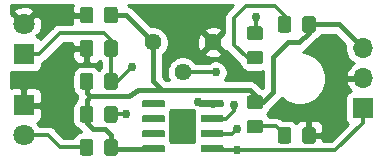
<source format=gbr>
G04 #@! TF.GenerationSoftware,KiCad,Pcbnew,5.1.5-52549c5~86~ubuntu16.04.1*
G04 #@! TF.CreationDate,2020-07-27T16:21:35+05:30*
G04 #@! TF.ProjectId,IR_Sensor_Module_V1.0,49525f53-656e-4736-9f72-5f4d6f64756c,V1.0*
G04 #@! TF.SameCoordinates,Original*
G04 #@! TF.FileFunction,Copper,L1,Top*
G04 #@! TF.FilePolarity,Positive*
%FSLAX46Y46*%
G04 Gerber Fmt 4.6, Leading zero omitted, Abs format (unit mm)*
G04 Created by KiCad (PCBNEW 5.1.5-52549c5~86~ubuntu16.04.1) date 2020-07-27 16:21:35*
%MOMM*%
%LPD*%
G04 APERTURE LIST*
%ADD10C,1.800000*%
%ADD11R,1.800000X1.800000*%
%ADD12C,0.100000*%
%ADD13R,1.700000X1.700000*%
%ADD14O,1.700000X1.700000*%
%ADD15C,1.440000*%
%ADD16C,0.762000*%
%ADD17C,0.457200*%
%ADD18C,0.355600*%
%ADD19C,0.254000*%
G04 APERTURE END LIST*
D10*
X130302000Y-90170000D03*
D11*
X130302000Y-92710000D03*
G04 #@! TA.AperFunction,SMDPad,CuDef*
D12*
G36*
X135976505Y-88688805D02*
G01*
X136000773Y-88692405D01*
X136024572Y-88698366D01*
X136047671Y-88706631D01*
X136069850Y-88717121D01*
X136090893Y-88729733D01*
X136110599Y-88744348D01*
X136128777Y-88760824D01*
X136145253Y-88779002D01*
X136159868Y-88798708D01*
X136172480Y-88819751D01*
X136182970Y-88841930D01*
X136191235Y-88865029D01*
X136197196Y-88888828D01*
X136200796Y-88913096D01*
X136202000Y-88937600D01*
X136202000Y-89837602D01*
X136200796Y-89862106D01*
X136197196Y-89886374D01*
X136191235Y-89910173D01*
X136182970Y-89933272D01*
X136172480Y-89955451D01*
X136159868Y-89976494D01*
X136145253Y-89996200D01*
X136128777Y-90014378D01*
X136110599Y-90030854D01*
X136090893Y-90045469D01*
X136069850Y-90058081D01*
X136047671Y-90068571D01*
X136024572Y-90076836D01*
X136000773Y-90082797D01*
X135976505Y-90086397D01*
X135952001Y-90087601D01*
X135301999Y-90087601D01*
X135277495Y-90086397D01*
X135253227Y-90082797D01*
X135229428Y-90076836D01*
X135206329Y-90068571D01*
X135184150Y-90058081D01*
X135163107Y-90045469D01*
X135143401Y-90030854D01*
X135125223Y-90014378D01*
X135108747Y-89996200D01*
X135094132Y-89976494D01*
X135081520Y-89955451D01*
X135071030Y-89933272D01*
X135062765Y-89910173D01*
X135056804Y-89886374D01*
X135053204Y-89862106D01*
X135052000Y-89837602D01*
X135052000Y-88937600D01*
X135053204Y-88913096D01*
X135056804Y-88888828D01*
X135062765Y-88865029D01*
X135071030Y-88841930D01*
X135081520Y-88819751D01*
X135094132Y-88798708D01*
X135108747Y-88779002D01*
X135125223Y-88760824D01*
X135143401Y-88744348D01*
X135163107Y-88729733D01*
X135184150Y-88717121D01*
X135206329Y-88706631D01*
X135229428Y-88698366D01*
X135253227Y-88692405D01*
X135277495Y-88688805D01*
X135301999Y-88687601D01*
X135952001Y-88687601D01*
X135976505Y-88688805D01*
G37*
G04 #@! TD.AperFunction*
G04 #@! TA.AperFunction,SMDPad,CuDef*
G36*
X138026505Y-88688805D02*
G01*
X138050773Y-88692405D01*
X138074572Y-88698366D01*
X138097671Y-88706631D01*
X138119850Y-88717121D01*
X138140893Y-88729733D01*
X138160599Y-88744348D01*
X138178777Y-88760824D01*
X138195253Y-88779002D01*
X138209868Y-88798708D01*
X138222480Y-88819751D01*
X138232970Y-88841930D01*
X138241235Y-88865029D01*
X138247196Y-88888828D01*
X138250796Y-88913096D01*
X138252000Y-88937600D01*
X138252000Y-89837602D01*
X138250796Y-89862106D01*
X138247196Y-89886374D01*
X138241235Y-89910173D01*
X138232970Y-89933272D01*
X138222480Y-89955451D01*
X138209868Y-89976494D01*
X138195253Y-89996200D01*
X138178777Y-90014378D01*
X138160599Y-90030854D01*
X138140893Y-90045469D01*
X138119850Y-90058081D01*
X138097671Y-90068571D01*
X138074572Y-90076836D01*
X138050773Y-90082797D01*
X138026505Y-90086397D01*
X138002001Y-90087601D01*
X137351999Y-90087601D01*
X137327495Y-90086397D01*
X137303227Y-90082797D01*
X137279428Y-90076836D01*
X137256329Y-90068571D01*
X137234150Y-90058081D01*
X137213107Y-90045469D01*
X137193401Y-90030854D01*
X137175223Y-90014378D01*
X137158747Y-89996200D01*
X137144132Y-89976494D01*
X137131520Y-89955451D01*
X137121030Y-89933272D01*
X137112765Y-89910173D01*
X137106804Y-89886374D01*
X137103204Y-89862106D01*
X137102000Y-89837602D01*
X137102000Y-88937600D01*
X137103204Y-88913096D01*
X137106804Y-88888828D01*
X137112765Y-88865029D01*
X137121030Y-88841930D01*
X137131520Y-88819751D01*
X137144132Y-88798708D01*
X137158747Y-88779002D01*
X137175223Y-88760824D01*
X137193401Y-88744348D01*
X137213107Y-88729733D01*
X137234150Y-88717121D01*
X137256329Y-88706631D01*
X137279428Y-88698366D01*
X137303227Y-88692405D01*
X137327495Y-88688805D01*
X137351999Y-88687601D01*
X138002001Y-88687601D01*
X138026505Y-88688805D01*
G37*
G04 #@! TD.AperFunction*
G04 #@! TA.AperFunction,SMDPad,CuDef*
G36*
X138026505Y-91503204D02*
G01*
X138050773Y-91506804D01*
X138074572Y-91512765D01*
X138097671Y-91521030D01*
X138119850Y-91531520D01*
X138140893Y-91544132D01*
X138160599Y-91558747D01*
X138178777Y-91575223D01*
X138195253Y-91593401D01*
X138209868Y-91613107D01*
X138222480Y-91634150D01*
X138232970Y-91656329D01*
X138241235Y-91679428D01*
X138247196Y-91703227D01*
X138250796Y-91727495D01*
X138252000Y-91751999D01*
X138252000Y-92652001D01*
X138250796Y-92676505D01*
X138247196Y-92700773D01*
X138241235Y-92724572D01*
X138232970Y-92747671D01*
X138222480Y-92769850D01*
X138209868Y-92790893D01*
X138195253Y-92810599D01*
X138178777Y-92828777D01*
X138160599Y-92845253D01*
X138140893Y-92859868D01*
X138119850Y-92872480D01*
X138097671Y-92882970D01*
X138074572Y-92891235D01*
X138050773Y-92897196D01*
X138026505Y-92900796D01*
X138002001Y-92902000D01*
X137351999Y-92902000D01*
X137327495Y-92900796D01*
X137303227Y-92897196D01*
X137279428Y-92891235D01*
X137256329Y-92882970D01*
X137234150Y-92872480D01*
X137213107Y-92859868D01*
X137193401Y-92845253D01*
X137175223Y-92828777D01*
X137158747Y-92810599D01*
X137144132Y-92790893D01*
X137131520Y-92769850D01*
X137121030Y-92747671D01*
X137112765Y-92724572D01*
X137106804Y-92700773D01*
X137103204Y-92676505D01*
X137102000Y-92652001D01*
X137102000Y-91751999D01*
X137103204Y-91727495D01*
X137106804Y-91703227D01*
X137112765Y-91679428D01*
X137121030Y-91656329D01*
X137131520Y-91634150D01*
X137144132Y-91613107D01*
X137158747Y-91593401D01*
X137175223Y-91575223D01*
X137193401Y-91558747D01*
X137213107Y-91544132D01*
X137234150Y-91531520D01*
X137256329Y-91521030D01*
X137279428Y-91512765D01*
X137303227Y-91506804D01*
X137327495Y-91503204D01*
X137351999Y-91502000D01*
X138002001Y-91502000D01*
X138026505Y-91503204D01*
G37*
G04 #@! TD.AperFunction*
G04 #@! TA.AperFunction,SMDPad,CuDef*
G36*
X135976505Y-91503204D02*
G01*
X136000773Y-91506804D01*
X136024572Y-91512765D01*
X136047671Y-91521030D01*
X136069850Y-91531520D01*
X136090893Y-91544132D01*
X136110599Y-91558747D01*
X136128777Y-91575223D01*
X136145253Y-91593401D01*
X136159868Y-91613107D01*
X136172480Y-91634150D01*
X136182970Y-91656329D01*
X136191235Y-91679428D01*
X136197196Y-91703227D01*
X136200796Y-91727495D01*
X136202000Y-91751999D01*
X136202000Y-92652001D01*
X136200796Y-92676505D01*
X136197196Y-92700773D01*
X136191235Y-92724572D01*
X136182970Y-92747671D01*
X136172480Y-92769850D01*
X136159868Y-92790893D01*
X136145253Y-92810599D01*
X136128777Y-92828777D01*
X136110599Y-92845253D01*
X136090893Y-92859868D01*
X136069850Y-92872480D01*
X136047671Y-92882970D01*
X136024572Y-92891235D01*
X136000773Y-92897196D01*
X135976505Y-92900796D01*
X135952001Y-92902000D01*
X135301999Y-92902000D01*
X135277495Y-92900796D01*
X135253227Y-92897196D01*
X135229428Y-92891235D01*
X135206329Y-92882970D01*
X135184150Y-92872480D01*
X135163107Y-92859868D01*
X135143401Y-92845253D01*
X135125223Y-92828777D01*
X135108747Y-92810599D01*
X135094132Y-92790893D01*
X135081520Y-92769850D01*
X135071030Y-92747671D01*
X135062765Y-92724572D01*
X135056804Y-92700773D01*
X135053204Y-92676505D01*
X135052000Y-92652001D01*
X135052000Y-91751999D01*
X135053204Y-91727495D01*
X135056804Y-91703227D01*
X135062765Y-91679428D01*
X135071030Y-91656329D01*
X135081520Y-91634150D01*
X135094132Y-91613107D01*
X135108747Y-91593401D01*
X135125223Y-91575223D01*
X135143401Y-91558747D01*
X135163107Y-91544132D01*
X135184150Y-91531520D01*
X135206329Y-91521030D01*
X135229428Y-91512765D01*
X135253227Y-91506804D01*
X135277495Y-91503204D01*
X135301999Y-91502000D01*
X135952001Y-91502000D01*
X135976505Y-91503204D01*
G37*
G04 #@! TD.AperFunction*
G04 #@! TA.AperFunction,SMDPad,CuDef*
G36*
X154790505Y-98869204D02*
G01*
X154814773Y-98872804D01*
X154838572Y-98878765D01*
X154861671Y-98887030D01*
X154883850Y-98897520D01*
X154904893Y-98910132D01*
X154924599Y-98924747D01*
X154942777Y-98941223D01*
X154959253Y-98959401D01*
X154973868Y-98979107D01*
X154986480Y-99000150D01*
X154996970Y-99022329D01*
X155005235Y-99045428D01*
X155011196Y-99069227D01*
X155014796Y-99093495D01*
X155016000Y-99117999D01*
X155016000Y-100018001D01*
X155014796Y-100042505D01*
X155011196Y-100066773D01*
X155005235Y-100090572D01*
X154996970Y-100113671D01*
X154986480Y-100135850D01*
X154973868Y-100156893D01*
X154959253Y-100176599D01*
X154942777Y-100194777D01*
X154924599Y-100211253D01*
X154904893Y-100225868D01*
X154883850Y-100238480D01*
X154861671Y-100248970D01*
X154838572Y-100257235D01*
X154814773Y-100263196D01*
X154790505Y-100266796D01*
X154766001Y-100268000D01*
X154115999Y-100268000D01*
X154091495Y-100266796D01*
X154067227Y-100263196D01*
X154043428Y-100257235D01*
X154020329Y-100248970D01*
X153998150Y-100238480D01*
X153977107Y-100225868D01*
X153957401Y-100211253D01*
X153939223Y-100194777D01*
X153922747Y-100176599D01*
X153908132Y-100156893D01*
X153895520Y-100135850D01*
X153885030Y-100113671D01*
X153876765Y-100090572D01*
X153870804Y-100066773D01*
X153867204Y-100042505D01*
X153866000Y-100018001D01*
X153866000Y-99117999D01*
X153867204Y-99093495D01*
X153870804Y-99069227D01*
X153876765Y-99045428D01*
X153885030Y-99022329D01*
X153895520Y-99000150D01*
X153908132Y-98979107D01*
X153922747Y-98959401D01*
X153939223Y-98941223D01*
X153957401Y-98924747D01*
X153977107Y-98910132D01*
X153998150Y-98897520D01*
X154020329Y-98887030D01*
X154043428Y-98878765D01*
X154067227Y-98872804D01*
X154091495Y-98869204D01*
X154115999Y-98868000D01*
X154766001Y-98868000D01*
X154790505Y-98869204D01*
G37*
G04 #@! TD.AperFunction*
G04 #@! TA.AperFunction,SMDPad,CuDef*
G36*
X152740505Y-98869204D02*
G01*
X152764773Y-98872804D01*
X152788572Y-98878765D01*
X152811671Y-98887030D01*
X152833850Y-98897520D01*
X152854893Y-98910132D01*
X152874599Y-98924747D01*
X152892777Y-98941223D01*
X152909253Y-98959401D01*
X152923868Y-98979107D01*
X152936480Y-99000150D01*
X152946970Y-99022329D01*
X152955235Y-99045428D01*
X152961196Y-99069227D01*
X152964796Y-99093495D01*
X152966000Y-99117999D01*
X152966000Y-100018001D01*
X152964796Y-100042505D01*
X152961196Y-100066773D01*
X152955235Y-100090572D01*
X152946970Y-100113671D01*
X152936480Y-100135850D01*
X152923868Y-100156893D01*
X152909253Y-100176599D01*
X152892777Y-100194777D01*
X152874599Y-100211253D01*
X152854893Y-100225868D01*
X152833850Y-100238480D01*
X152811671Y-100248970D01*
X152788572Y-100257235D01*
X152764773Y-100263196D01*
X152740505Y-100266796D01*
X152716001Y-100268000D01*
X152065999Y-100268000D01*
X152041495Y-100266796D01*
X152017227Y-100263196D01*
X151993428Y-100257235D01*
X151970329Y-100248970D01*
X151948150Y-100238480D01*
X151927107Y-100225868D01*
X151907401Y-100211253D01*
X151889223Y-100194777D01*
X151872747Y-100176599D01*
X151858132Y-100156893D01*
X151845520Y-100135850D01*
X151835030Y-100113671D01*
X151826765Y-100090572D01*
X151820804Y-100066773D01*
X151817204Y-100042505D01*
X151816000Y-100018001D01*
X151816000Y-99117999D01*
X151817204Y-99093495D01*
X151820804Y-99069227D01*
X151826765Y-99045428D01*
X151835030Y-99022329D01*
X151845520Y-99000150D01*
X151858132Y-98979107D01*
X151872747Y-98959401D01*
X151889223Y-98941223D01*
X151907401Y-98924747D01*
X151927107Y-98910132D01*
X151948150Y-98897520D01*
X151970329Y-98887030D01*
X151993428Y-98878765D01*
X152017227Y-98872804D01*
X152041495Y-98869204D01*
X152065999Y-98868000D01*
X152716001Y-98868000D01*
X152740505Y-98869204D01*
G37*
G04 #@! TD.AperFunction*
D11*
X130302000Y-97028000D03*
D10*
X130302000Y-99568000D03*
G04 #@! TA.AperFunction,SMDPad,CuDef*
D12*
G36*
X154790505Y-89471204D02*
G01*
X154814773Y-89474804D01*
X154838572Y-89480765D01*
X154861671Y-89489030D01*
X154883850Y-89499520D01*
X154904893Y-89512132D01*
X154924599Y-89526747D01*
X154942777Y-89543223D01*
X154959253Y-89561401D01*
X154973868Y-89581107D01*
X154986480Y-89602150D01*
X154996970Y-89624329D01*
X155005235Y-89647428D01*
X155011196Y-89671227D01*
X155014796Y-89695495D01*
X155016000Y-89719999D01*
X155016000Y-90620001D01*
X155014796Y-90644505D01*
X155011196Y-90668773D01*
X155005235Y-90692572D01*
X154996970Y-90715671D01*
X154986480Y-90737850D01*
X154973868Y-90758893D01*
X154959253Y-90778599D01*
X154942777Y-90796777D01*
X154924599Y-90813253D01*
X154904893Y-90827868D01*
X154883850Y-90840480D01*
X154861671Y-90850970D01*
X154838572Y-90859235D01*
X154814773Y-90865196D01*
X154790505Y-90868796D01*
X154766001Y-90870000D01*
X154115999Y-90870000D01*
X154091495Y-90868796D01*
X154067227Y-90865196D01*
X154043428Y-90859235D01*
X154020329Y-90850970D01*
X153998150Y-90840480D01*
X153977107Y-90827868D01*
X153957401Y-90813253D01*
X153939223Y-90796777D01*
X153922747Y-90778599D01*
X153908132Y-90758893D01*
X153895520Y-90737850D01*
X153885030Y-90715671D01*
X153876765Y-90692572D01*
X153870804Y-90668773D01*
X153867204Y-90644505D01*
X153866000Y-90620001D01*
X153866000Y-89719999D01*
X153867204Y-89695495D01*
X153870804Y-89671227D01*
X153876765Y-89647428D01*
X153885030Y-89624329D01*
X153895520Y-89602150D01*
X153908132Y-89581107D01*
X153922747Y-89561401D01*
X153939223Y-89543223D01*
X153957401Y-89526747D01*
X153977107Y-89512132D01*
X153998150Y-89499520D01*
X154020329Y-89489030D01*
X154043428Y-89480765D01*
X154067227Y-89474804D01*
X154091495Y-89471204D01*
X154115999Y-89470000D01*
X154766001Y-89470000D01*
X154790505Y-89471204D01*
G37*
G04 #@! TD.AperFunction*
G04 #@! TA.AperFunction,SMDPad,CuDef*
G36*
X152740505Y-89471204D02*
G01*
X152764773Y-89474804D01*
X152788572Y-89480765D01*
X152811671Y-89489030D01*
X152833850Y-89499520D01*
X152854893Y-89512132D01*
X152874599Y-89526747D01*
X152892777Y-89543223D01*
X152909253Y-89561401D01*
X152923868Y-89581107D01*
X152936480Y-89602150D01*
X152946970Y-89624329D01*
X152955235Y-89647428D01*
X152961196Y-89671227D01*
X152964796Y-89695495D01*
X152966000Y-89719999D01*
X152966000Y-90620001D01*
X152964796Y-90644505D01*
X152961196Y-90668773D01*
X152955235Y-90692572D01*
X152946970Y-90715671D01*
X152936480Y-90737850D01*
X152923868Y-90758893D01*
X152909253Y-90778599D01*
X152892777Y-90796777D01*
X152874599Y-90813253D01*
X152854893Y-90827868D01*
X152833850Y-90840480D01*
X152811671Y-90850970D01*
X152788572Y-90859235D01*
X152764773Y-90865196D01*
X152740505Y-90868796D01*
X152716001Y-90870000D01*
X152065999Y-90870000D01*
X152041495Y-90868796D01*
X152017227Y-90865196D01*
X151993428Y-90859235D01*
X151970329Y-90850970D01*
X151948150Y-90840480D01*
X151927107Y-90827868D01*
X151907401Y-90813253D01*
X151889223Y-90796777D01*
X151872747Y-90778599D01*
X151858132Y-90758893D01*
X151845520Y-90737850D01*
X151835030Y-90715671D01*
X151826765Y-90692572D01*
X151820804Y-90668773D01*
X151817204Y-90644505D01*
X151816000Y-90620001D01*
X151816000Y-89719999D01*
X151817204Y-89695495D01*
X151820804Y-89671227D01*
X151826765Y-89647428D01*
X151835030Y-89624329D01*
X151845520Y-89602150D01*
X151858132Y-89581107D01*
X151872747Y-89561401D01*
X151889223Y-89543223D01*
X151907401Y-89526747D01*
X151927107Y-89512132D01*
X151948150Y-89499520D01*
X151970329Y-89489030D01*
X151993428Y-89480765D01*
X152017227Y-89474804D01*
X152041495Y-89471204D01*
X152065999Y-89470000D01*
X152716001Y-89470000D01*
X152740505Y-89471204D01*
G37*
G04 #@! TD.AperFunction*
D13*
X159004000Y-97282000D03*
D14*
X159004000Y-94742000D03*
X159004000Y-92202000D03*
G04 #@! TA.AperFunction,SMDPad,CuDef*
D12*
G36*
X150334505Y-96191204D02*
G01*
X150358773Y-96194804D01*
X150382572Y-96200765D01*
X150405671Y-96209030D01*
X150427850Y-96219520D01*
X150448893Y-96232132D01*
X150468599Y-96246747D01*
X150486777Y-96263223D01*
X150503253Y-96281401D01*
X150517868Y-96301107D01*
X150530480Y-96322150D01*
X150540970Y-96344329D01*
X150549235Y-96367428D01*
X150555196Y-96391227D01*
X150558796Y-96415495D01*
X150560000Y-96439999D01*
X150560000Y-97090001D01*
X150558796Y-97114505D01*
X150555196Y-97138773D01*
X150549235Y-97162572D01*
X150540970Y-97185671D01*
X150530480Y-97207850D01*
X150517868Y-97228893D01*
X150503253Y-97248599D01*
X150486777Y-97266777D01*
X150468599Y-97283253D01*
X150448893Y-97297868D01*
X150427850Y-97310480D01*
X150405671Y-97320970D01*
X150382572Y-97329235D01*
X150358773Y-97335196D01*
X150334505Y-97338796D01*
X150310001Y-97340000D01*
X149409999Y-97340000D01*
X149385495Y-97338796D01*
X149361227Y-97335196D01*
X149337428Y-97329235D01*
X149314329Y-97320970D01*
X149292150Y-97310480D01*
X149271107Y-97297868D01*
X149251401Y-97283253D01*
X149233223Y-97266777D01*
X149216747Y-97248599D01*
X149202132Y-97228893D01*
X149189520Y-97207850D01*
X149179030Y-97185671D01*
X149170765Y-97162572D01*
X149164804Y-97138773D01*
X149161204Y-97114505D01*
X149160000Y-97090001D01*
X149160000Y-96439999D01*
X149161204Y-96415495D01*
X149164804Y-96391227D01*
X149170765Y-96367428D01*
X149179030Y-96344329D01*
X149189520Y-96322150D01*
X149202132Y-96301107D01*
X149216747Y-96281401D01*
X149233223Y-96263223D01*
X149251401Y-96246747D01*
X149271107Y-96232132D01*
X149292150Y-96219520D01*
X149314329Y-96209030D01*
X149337428Y-96200765D01*
X149361227Y-96194804D01*
X149385495Y-96191204D01*
X149409999Y-96190000D01*
X150310001Y-96190000D01*
X150334505Y-96191204D01*
G37*
G04 #@! TD.AperFunction*
G04 #@! TA.AperFunction,SMDPad,CuDef*
G36*
X150334505Y-98241204D02*
G01*
X150358773Y-98244804D01*
X150382572Y-98250765D01*
X150405671Y-98259030D01*
X150427850Y-98269520D01*
X150448893Y-98282132D01*
X150468599Y-98296747D01*
X150486777Y-98313223D01*
X150503253Y-98331401D01*
X150517868Y-98351107D01*
X150530480Y-98372150D01*
X150540970Y-98394329D01*
X150549235Y-98417428D01*
X150555196Y-98441227D01*
X150558796Y-98465495D01*
X150560000Y-98489999D01*
X150560000Y-99140001D01*
X150558796Y-99164505D01*
X150555196Y-99188773D01*
X150549235Y-99212572D01*
X150540970Y-99235671D01*
X150530480Y-99257850D01*
X150517868Y-99278893D01*
X150503253Y-99298599D01*
X150486777Y-99316777D01*
X150468599Y-99333253D01*
X150448893Y-99347868D01*
X150427850Y-99360480D01*
X150405671Y-99370970D01*
X150382572Y-99379235D01*
X150358773Y-99385196D01*
X150334505Y-99388796D01*
X150310001Y-99390000D01*
X149409999Y-99390000D01*
X149385495Y-99388796D01*
X149361227Y-99385196D01*
X149337428Y-99379235D01*
X149314329Y-99370970D01*
X149292150Y-99360480D01*
X149271107Y-99347868D01*
X149251401Y-99333253D01*
X149233223Y-99316777D01*
X149216747Y-99298599D01*
X149202132Y-99278893D01*
X149189520Y-99257850D01*
X149179030Y-99235671D01*
X149170765Y-99212572D01*
X149164804Y-99188773D01*
X149161204Y-99164505D01*
X149160000Y-99140001D01*
X149160000Y-98489999D01*
X149161204Y-98465495D01*
X149164804Y-98441227D01*
X149170765Y-98417428D01*
X149179030Y-98394329D01*
X149189520Y-98372150D01*
X149202132Y-98351107D01*
X149216747Y-98331401D01*
X149233223Y-98313223D01*
X149251401Y-98296747D01*
X149271107Y-98282132D01*
X149292150Y-98269520D01*
X149314329Y-98259030D01*
X149337428Y-98250765D01*
X149361227Y-98244804D01*
X149385495Y-98241204D01*
X149409999Y-98240000D01*
X150310001Y-98240000D01*
X150334505Y-98241204D01*
G37*
G04 #@! TD.AperFunction*
G04 #@! TA.AperFunction,SMDPad,CuDef*
G36*
X138026505Y-99885204D02*
G01*
X138050773Y-99888804D01*
X138074572Y-99894765D01*
X138097671Y-99903030D01*
X138119850Y-99913520D01*
X138140893Y-99926132D01*
X138160599Y-99940747D01*
X138178777Y-99957223D01*
X138195253Y-99975401D01*
X138209868Y-99995107D01*
X138222480Y-100016150D01*
X138232970Y-100038329D01*
X138241235Y-100061428D01*
X138247196Y-100085227D01*
X138250796Y-100109495D01*
X138252000Y-100133999D01*
X138252000Y-101034001D01*
X138250796Y-101058505D01*
X138247196Y-101082773D01*
X138241235Y-101106572D01*
X138232970Y-101129671D01*
X138222480Y-101151850D01*
X138209868Y-101172893D01*
X138195253Y-101192599D01*
X138178777Y-101210777D01*
X138160599Y-101227253D01*
X138140893Y-101241868D01*
X138119850Y-101254480D01*
X138097671Y-101264970D01*
X138074572Y-101273235D01*
X138050773Y-101279196D01*
X138026505Y-101282796D01*
X138002001Y-101284000D01*
X137351999Y-101284000D01*
X137327495Y-101282796D01*
X137303227Y-101279196D01*
X137279428Y-101273235D01*
X137256329Y-101264970D01*
X137234150Y-101254480D01*
X137213107Y-101241868D01*
X137193401Y-101227253D01*
X137175223Y-101210777D01*
X137158747Y-101192599D01*
X137144132Y-101172893D01*
X137131520Y-101151850D01*
X137121030Y-101129671D01*
X137112765Y-101106572D01*
X137106804Y-101082773D01*
X137103204Y-101058505D01*
X137102000Y-101034001D01*
X137102000Y-100133999D01*
X137103204Y-100109495D01*
X137106804Y-100085227D01*
X137112765Y-100061428D01*
X137121030Y-100038329D01*
X137131520Y-100016150D01*
X137144132Y-99995107D01*
X137158747Y-99975401D01*
X137175223Y-99957223D01*
X137193401Y-99940747D01*
X137213107Y-99926132D01*
X137234150Y-99913520D01*
X137256329Y-99903030D01*
X137279428Y-99894765D01*
X137303227Y-99888804D01*
X137327495Y-99885204D01*
X137351999Y-99884000D01*
X138002001Y-99884000D01*
X138026505Y-99885204D01*
G37*
G04 #@! TD.AperFunction*
G04 #@! TA.AperFunction,SMDPad,CuDef*
G36*
X135976505Y-99885204D02*
G01*
X136000773Y-99888804D01*
X136024572Y-99894765D01*
X136047671Y-99903030D01*
X136069850Y-99913520D01*
X136090893Y-99926132D01*
X136110599Y-99940747D01*
X136128777Y-99957223D01*
X136145253Y-99975401D01*
X136159868Y-99995107D01*
X136172480Y-100016150D01*
X136182970Y-100038329D01*
X136191235Y-100061428D01*
X136197196Y-100085227D01*
X136200796Y-100109495D01*
X136202000Y-100133999D01*
X136202000Y-101034001D01*
X136200796Y-101058505D01*
X136197196Y-101082773D01*
X136191235Y-101106572D01*
X136182970Y-101129671D01*
X136172480Y-101151850D01*
X136159868Y-101172893D01*
X136145253Y-101192599D01*
X136128777Y-101210777D01*
X136110599Y-101227253D01*
X136090893Y-101241868D01*
X136069850Y-101254480D01*
X136047671Y-101264970D01*
X136024572Y-101273235D01*
X136000773Y-101279196D01*
X135976505Y-101282796D01*
X135952001Y-101284000D01*
X135301999Y-101284000D01*
X135277495Y-101282796D01*
X135253227Y-101279196D01*
X135229428Y-101273235D01*
X135206329Y-101264970D01*
X135184150Y-101254480D01*
X135163107Y-101241868D01*
X135143401Y-101227253D01*
X135125223Y-101210777D01*
X135108747Y-101192599D01*
X135094132Y-101172893D01*
X135081520Y-101151850D01*
X135071030Y-101129671D01*
X135062765Y-101106572D01*
X135056804Y-101082773D01*
X135053204Y-101058505D01*
X135052000Y-101034001D01*
X135052000Y-100133999D01*
X135053204Y-100109495D01*
X135056804Y-100085227D01*
X135062765Y-100061428D01*
X135071030Y-100038329D01*
X135081520Y-100016150D01*
X135094132Y-99995107D01*
X135108747Y-99975401D01*
X135125223Y-99957223D01*
X135143401Y-99940747D01*
X135163107Y-99926132D01*
X135184150Y-99913520D01*
X135206329Y-99903030D01*
X135229428Y-99894765D01*
X135253227Y-99888804D01*
X135277495Y-99885204D01*
X135301999Y-99884000D01*
X135952001Y-99884000D01*
X135976505Y-99885204D01*
G37*
G04 #@! TD.AperFunction*
G04 #@! TA.AperFunction,SMDPad,CuDef*
G36*
X135976505Y-94297204D02*
G01*
X136000773Y-94300804D01*
X136024572Y-94306765D01*
X136047671Y-94315030D01*
X136069850Y-94325520D01*
X136090893Y-94338132D01*
X136110599Y-94352747D01*
X136128777Y-94369223D01*
X136145253Y-94387401D01*
X136159868Y-94407107D01*
X136172480Y-94428150D01*
X136182970Y-94450329D01*
X136191235Y-94473428D01*
X136197196Y-94497227D01*
X136200796Y-94521495D01*
X136202000Y-94545999D01*
X136202000Y-95446001D01*
X136200796Y-95470505D01*
X136197196Y-95494773D01*
X136191235Y-95518572D01*
X136182970Y-95541671D01*
X136172480Y-95563850D01*
X136159868Y-95584893D01*
X136145253Y-95604599D01*
X136128777Y-95622777D01*
X136110599Y-95639253D01*
X136090893Y-95653868D01*
X136069850Y-95666480D01*
X136047671Y-95676970D01*
X136024572Y-95685235D01*
X136000773Y-95691196D01*
X135976505Y-95694796D01*
X135952001Y-95696000D01*
X135301999Y-95696000D01*
X135277495Y-95694796D01*
X135253227Y-95691196D01*
X135229428Y-95685235D01*
X135206329Y-95676970D01*
X135184150Y-95666480D01*
X135163107Y-95653868D01*
X135143401Y-95639253D01*
X135125223Y-95622777D01*
X135108747Y-95604599D01*
X135094132Y-95584893D01*
X135081520Y-95563850D01*
X135071030Y-95541671D01*
X135062765Y-95518572D01*
X135056804Y-95494773D01*
X135053204Y-95470505D01*
X135052000Y-95446001D01*
X135052000Y-94545999D01*
X135053204Y-94521495D01*
X135056804Y-94497227D01*
X135062765Y-94473428D01*
X135071030Y-94450329D01*
X135081520Y-94428150D01*
X135094132Y-94407107D01*
X135108747Y-94387401D01*
X135125223Y-94369223D01*
X135143401Y-94352747D01*
X135163107Y-94338132D01*
X135184150Y-94325520D01*
X135206329Y-94315030D01*
X135229428Y-94306765D01*
X135253227Y-94300804D01*
X135277495Y-94297204D01*
X135301999Y-94296000D01*
X135952001Y-94296000D01*
X135976505Y-94297204D01*
G37*
G04 #@! TD.AperFunction*
G04 #@! TA.AperFunction,SMDPad,CuDef*
G36*
X138026505Y-94297204D02*
G01*
X138050773Y-94300804D01*
X138074572Y-94306765D01*
X138097671Y-94315030D01*
X138119850Y-94325520D01*
X138140893Y-94338132D01*
X138160599Y-94352747D01*
X138178777Y-94369223D01*
X138195253Y-94387401D01*
X138209868Y-94407107D01*
X138222480Y-94428150D01*
X138232970Y-94450329D01*
X138241235Y-94473428D01*
X138247196Y-94497227D01*
X138250796Y-94521495D01*
X138252000Y-94545999D01*
X138252000Y-95446001D01*
X138250796Y-95470505D01*
X138247196Y-95494773D01*
X138241235Y-95518572D01*
X138232970Y-95541671D01*
X138222480Y-95563850D01*
X138209868Y-95584893D01*
X138195253Y-95604599D01*
X138178777Y-95622777D01*
X138160599Y-95639253D01*
X138140893Y-95653868D01*
X138119850Y-95666480D01*
X138097671Y-95676970D01*
X138074572Y-95685235D01*
X138050773Y-95691196D01*
X138026505Y-95694796D01*
X138002001Y-95696000D01*
X137351999Y-95696000D01*
X137327495Y-95694796D01*
X137303227Y-95691196D01*
X137279428Y-95685235D01*
X137256329Y-95676970D01*
X137234150Y-95666480D01*
X137213107Y-95653868D01*
X137193401Y-95639253D01*
X137175223Y-95622777D01*
X137158747Y-95604599D01*
X137144132Y-95584893D01*
X137131520Y-95563850D01*
X137121030Y-95541671D01*
X137112765Y-95518572D01*
X137106804Y-95494773D01*
X137103204Y-95470505D01*
X137102000Y-95446001D01*
X137102000Y-94545999D01*
X137103204Y-94521495D01*
X137106804Y-94497227D01*
X137112765Y-94473428D01*
X137121030Y-94450329D01*
X137131520Y-94428150D01*
X137144132Y-94407107D01*
X137158747Y-94387401D01*
X137175223Y-94369223D01*
X137193401Y-94352747D01*
X137213107Y-94338132D01*
X137234150Y-94325520D01*
X137256329Y-94315030D01*
X137279428Y-94306765D01*
X137303227Y-94300804D01*
X137327495Y-94297204D01*
X137351999Y-94296000D01*
X138002001Y-94296000D01*
X138026505Y-94297204D01*
G37*
G04 #@! TD.AperFunction*
G04 #@! TA.AperFunction,SMDPad,CuDef*
G36*
X138017505Y-97091204D02*
G01*
X138041773Y-97094804D01*
X138065572Y-97100765D01*
X138088671Y-97109030D01*
X138110850Y-97119520D01*
X138131893Y-97132132D01*
X138151599Y-97146747D01*
X138169777Y-97163223D01*
X138186253Y-97181401D01*
X138200868Y-97201107D01*
X138213480Y-97222150D01*
X138223970Y-97244329D01*
X138232235Y-97267428D01*
X138238196Y-97291227D01*
X138241796Y-97315495D01*
X138243000Y-97339999D01*
X138243000Y-98240001D01*
X138241796Y-98264505D01*
X138238196Y-98288773D01*
X138232235Y-98312572D01*
X138223970Y-98335671D01*
X138213480Y-98357850D01*
X138200868Y-98378893D01*
X138186253Y-98398599D01*
X138169777Y-98416777D01*
X138151599Y-98433253D01*
X138131893Y-98447868D01*
X138110850Y-98460480D01*
X138088671Y-98470970D01*
X138065572Y-98479235D01*
X138041773Y-98485196D01*
X138017505Y-98488796D01*
X137993001Y-98490000D01*
X137342999Y-98490000D01*
X137318495Y-98488796D01*
X137294227Y-98485196D01*
X137270428Y-98479235D01*
X137247329Y-98470970D01*
X137225150Y-98460480D01*
X137204107Y-98447868D01*
X137184401Y-98433253D01*
X137166223Y-98416777D01*
X137149747Y-98398599D01*
X137135132Y-98378893D01*
X137122520Y-98357850D01*
X137112030Y-98335671D01*
X137103765Y-98312572D01*
X137097804Y-98288773D01*
X137094204Y-98264505D01*
X137093000Y-98240001D01*
X137093000Y-97339999D01*
X137094204Y-97315495D01*
X137097804Y-97291227D01*
X137103765Y-97267428D01*
X137112030Y-97244329D01*
X137122520Y-97222150D01*
X137135132Y-97201107D01*
X137149747Y-97181401D01*
X137166223Y-97163223D01*
X137184401Y-97146747D01*
X137204107Y-97132132D01*
X137225150Y-97119520D01*
X137247329Y-97109030D01*
X137270428Y-97100765D01*
X137294227Y-97094804D01*
X137318495Y-97091204D01*
X137342999Y-97090000D01*
X137993001Y-97090000D01*
X138017505Y-97091204D01*
G37*
G04 #@! TD.AperFunction*
G04 #@! TA.AperFunction,SMDPad,CuDef*
G36*
X135967505Y-97091204D02*
G01*
X135991773Y-97094804D01*
X136015572Y-97100765D01*
X136038671Y-97109030D01*
X136060850Y-97119520D01*
X136081893Y-97132132D01*
X136101599Y-97146747D01*
X136119777Y-97163223D01*
X136136253Y-97181401D01*
X136150868Y-97201107D01*
X136163480Y-97222150D01*
X136173970Y-97244329D01*
X136182235Y-97267428D01*
X136188196Y-97291227D01*
X136191796Y-97315495D01*
X136193000Y-97339999D01*
X136193000Y-98240001D01*
X136191796Y-98264505D01*
X136188196Y-98288773D01*
X136182235Y-98312572D01*
X136173970Y-98335671D01*
X136163480Y-98357850D01*
X136150868Y-98378893D01*
X136136253Y-98398599D01*
X136119777Y-98416777D01*
X136101599Y-98433253D01*
X136081893Y-98447868D01*
X136060850Y-98460480D01*
X136038671Y-98470970D01*
X136015572Y-98479235D01*
X135991773Y-98485196D01*
X135967505Y-98488796D01*
X135943001Y-98490000D01*
X135292999Y-98490000D01*
X135268495Y-98488796D01*
X135244227Y-98485196D01*
X135220428Y-98479235D01*
X135197329Y-98470970D01*
X135175150Y-98460480D01*
X135154107Y-98447868D01*
X135134401Y-98433253D01*
X135116223Y-98416777D01*
X135099747Y-98398599D01*
X135085132Y-98378893D01*
X135072520Y-98357850D01*
X135062030Y-98335671D01*
X135053765Y-98312572D01*
X135047804Y-98288773D01*
X135044204Y-98264505D01*
X135043000Y-98240001D01*
X135043000Y-97339999D01*
X135044204Y-97315495D01*
X135047804Y-97291227D01*
X135053765Y-97267428D01*
X135062030Y-97244329D01*
X135072520Y-97222150D01*
X135085132Y-97201107D01*
X135099747Y-97181401D01*
X135116223Y-97163223D01*
X135134401Y-97146747D01*
X135154107Y-97132132D01*
X135175150Y-97119520D01*
X135197329Y-97109030D01*
X135220428Y-97100765D01*
X135244227Y-97094804D01*
X135268495Y-97091204D01*
X135292999Y-97090000D01*
X135943001Y-97090000D01*
X135967505Y-97091204D01*
G37*
G04 #@! TD.AperFunction*
G04 #@! TA.AperFunction,SMDPad,CuDef*
G36*
X150334505Y-90349204D02*
G01*
X150358773Y-90352804D01*
X150382572Y-90358765D01*
X150405671Y-90367030D01*
X150427850Y-90377520D01*
X150448893Y-90390132D01*
X150468599Y-90404747D01*
X150486777Y-90421223D01*
X150503253Y-90439401D01*
X150517868Y-90459107D01*
X150530480Y-90480150D01*
X150540970Y-90502329D01*
X150549235Y-90525428D01*
X150555196Y-90549227D01*
X150558796Y-90573495D01*
X150560000Y-90597999D01*
X150560000Y-91248001D01*
X150558796Y-91272505D01*
X150555196Y-91296773D01*
X150549235Y-91320572D01*
X150540970Y-91343671D01*
X150530480Y-91365850D01*
X150517868Y-91386893D01*
X150503253Y-91406599D01*
X150486777Y-91424777D01*
X150468599Y-91441253D01*
X150448893Y-91455868D01*
X150427850Y-91468480D01*
X150405671Y-91478970D01*
X150382572Y-91487235D01*
X150358773Y-91493196D01*
X150334505Y-91496796D01*
X150310001Y-91498000D01*
X149409999Y-91498000D01*
X149385495Y-91496796D01*
X149361227Y-91493196D01*
X149337428Y-91487235D01*
X149314329Y-91478970D01*
X149292150Y-91468480D01*
X149271107Y-91455868D01*
X149251401Y-91441253D01*
X149233223Y-91424777D01*
X149216747Y-91406599D01*
X149202132Y-91386893D01*
X149189520Y-91365850D01*
X149179030Y-91343671D01*
X149170765Y-91320572D01*
X149164804Y-91296773D01*
X149161204Y-91272505D01*
X149160000Y-91248001D01*
X149160000Y-90597999D01*
X149161204Y-90573495D01*
X149164804Y-90549227D01*
X149170765Y-90525428D01*
X149179030Y-90502329D01*
X149189520Y-90480150D01*
X149202132Y-90459107D01*
X149216747Y-90439401D01*
X149233223Y-90421223D01*
X149251401Y-90404747D01*
X149271107Y-90390132D01*
X149292150Y-90377520D01*
X149314329Y-90367030D01*
X149337428Y-90358765D01*
X149361227Y-90352804D01*
X149385495Y-90349204D01*
X149409999Y-90348000D01*
X150310001Y-90348000D01*
X150334505Y-90349204D01*
G37*
G04 #@! TD.AperFunction*
G04 #@! TA.AperFunction,SMDPad,CuDef*
G36*
X150334505Y-92399204D02*
G01*
X150358773Y-92402804D01*
X150382572Y-92408765D01*
X150405671Y-92417030D01*
X150427850Y-92427520D01*
X150448893Y-92440132D01*
X150468599Y-92454747D01*
X150486777Y-92471223D01*
X150503253Y-92489401D01*
X150517868Y-92509107D01*
X150530480Y-92530150D01*
X150540970Y-92552329D01*
X150549235Y-92575428D01*
X150555196Y-92599227D01*
X150558796Y-92623495D01*
X150560000Y-92647999D01*
X150560000Y-93298001D01*
X150558796Y-93322505D01*
X150555196Y-93346773D01*
X150549235Y-93370572D01*
X150540970Y-93393671D01*
X150530480Y-93415850D01*
X150517868Y-93436893D01*
X150503253Y-93456599D01*
X150486777Y-93474777D01*
X150468599Y-93491253D01*
X150448893Y-93505868D01*
X150427850Y-93518480D01*
X150405671Y-93528970D01*
X150382572Y-93537235D01*
X150358773Y-93543196D01*
X150334505Y-93546796D01*
X150310001Y-93548000D01*
X149409999Y-93548000D01*
X149385495Y-93546796D01*
X149361227Y-93543196D01*
X149337428Y-93537235D01*
X149314329Y-93528970D01*
X149292150Y-93518480D01*
X149271107Y-93505868D01*
X149251401Y-93491253D01*
X149233223Y-93474777D01*
X149216747Y-93456599D01*
X149202132Y-93436893D01*
X149189520Y-93415850D01*
X149179030Y-93393671D01*
X149170765Y-93370572D01*
X149164804Y-93346773D01*
X149161204Y-93322505D01*
X149160000Y-93298001D01*
X149160000Y-92647999D01*
X149161204Y-92623495D01*
X149164804Y-92599227D01*
X149170765Y-92575428D01*
X149179030Y-92552329D01*
X149189520Y-92530150D01*
X149202132Y-92509107D01*
X149216747Y-92489401D01*
X149233223Y-92471223D01*
X149251401Y-92454747D01*
X149271107Y-92440132D01*
X149292150Y-92427520D01*
X149314329Y-92417030D01*
X149337428Y-92408765D01*
X149361227Y-92402804D01*
X149385495Y-92399204D01*
X149409999Y-92398000D01*
X150310001Y-92398000D01*
X150334505Y-92399204D01*
G37*
G04 #@! TD.AperFunction*
D15*
X146304000Y-91694000D03*
X143764000Y-94234000D03*
X141224000Y-91694000D03*
G04 #@! TA.AperFunction,SMDPad,CuDef*
D12*
G36*
X144683505Y-97307204D02*
G01*
X144707773Y-97310804D01*
X144731572Y-97316765D01*
X144754671Y-97325030D01*
X144776850Y-97335520D01*
X144797893Y-97348132D01*
X144817599Y-97362747D01*
X144835777Y-97379223D01*
X144852253Y-97397401D01*
X144866868Y-97417107D01*
X144879480Y-97438150D01*
X144889970Y-97460329D01*
X144898235Y-97483428D01*
X144904196Y-97507227D01*
X144907796Y-97531495D01*
X144909000Y-97555999D01*
X144909000Y-100056001D01*
X144907796Y-100080505D01*
X144904196Y-100104773D01*
X144898235Y-100128572D01*
X144889970Y-100151671D01*
X144879480Y-100173850D01*
X144866868Y-100194893D01*
X144852253Y-100214599D01*
X144835777Y-100232777D01*
X144817599Y-100249253D01*
X144797893Y-100263868D01*
X144776850Y-100276480D01*
X144754671Y-100286970D01*
X144731572Y-100295235D01*
X144707773Y-100301196D01*
X144683505Y-100304796D01*
X144659001Y-100306000D01*
X142868999Y-100306000D01*
X142844495Y-100304796D01*
X142820227Y-100301196D01*
X142796428Y-100295235D01*
X142773329Y-100286970D01*
X142751150Y-100276480D01*
X142730107Y-100263868D01*
X142710401Y-100249253D01*
X142692223Y-100232777D01*
X142675747Y-100214599D01*
X142661132Y-100194893D01*
X142648520Y-100173850D01*
X142638030Y-100151671D01*
X142629765Y-100128572D01*
X142623804Y-100104773D01*
X142620204Y-100080505D01*
X142619000Y-100056001D01*
X142619000Y-97555999D01*
X142620204Y-97531495D01*
X142623804Y-97507227D01*
X142629765Y-97483428D01*
X142638030Y-97460329D01*
X142648520Y-97438150D01*
X142661132Y-97417107D01*
X142675747Y-97397401D01*
X142692223Y-97379223D01*
X142710401Y-97362747D01*
X142730107Y-97348132D01*
X142751150Y-97335520D01*
X142773329Y-97325030D01*
X142796428Y-97316765D01*
X142820227Y-97310804D01*
X142844495Y-97307204D01*
X142868999Y-97306000D01*
X144659001Y-97306000D01*
X144683505Y-97307204D01*
G37*
G04 #@! TD.AperFunction*
G04 #@! TA.AperFunction,SMDPad,CuDef*
G36*
X147078703Y-100411722D02*
G01*
X147093264Y-100413882D01*
X147107543Y-100417459D01*
X147121403Y-100422418D01*
X147134710Y-100428712D01*
X147147336Y-100436280D01*
X147159159Y-100445048D01*
X147170066Y-100454934D01*
X147179952Y-100465841D01*
X147188720Y-100477664D01*
X147196288Y-100490290D01*
X147202582Y-100503597D01*
X147207541Y-100517457D01*
X147211118Y-100531736D01*
X147213278Y-100546297D01*
X147214000Y-100561000D01*
X147214000Y-100861000D01*
X147213278Y-100875703D01*
X147211118Y-100890264D01*
X147207541Y-100904543D01*
X147202582Y-100918403D01*
X147196288Y-100931710D01*
X147188720Y-100944336D01*
X147179952Y-100956159D01*
X147170066Y-100967066D01*
X147159159Y-100976952D01*
X147147336Y-100985720D01*
X147134710Y-100993288D01*
X147121403Y-100999582D01*
X147107543Y-101004541D01*
X147093264Y-101008118D01*
X147078703Y-101010278D01*
X147064000Y-101011000D01*
X145414000Y-101011000D01*
X145399297Y-101010278D01*
X145384736Y-101008118D01*
X145370457Y-101004541D01*
X145356597Y-100999582D01*
X145343290Y-100993288D01*
X145330664Y-100985720D01*
X145318841Y-100976952D01*
X145307934Y-100967066D01*
X145298048Y-100956159D01*
X145289280Y-100944336D01*
X145281712Y-100931710D01*
X145275418Y-100918403D01*
X145270459Y-100904543D01*
X145266882Y-100890264D01*
X145264722Y-100875703D01*
X145264000Y-100861000D01*
X145264000Y-100561000D01*
X145264722Y-100546297D01*
X145266882Y-100531736D01*
X145270459Y-100517457D01*
X145275418Y-100503597D01*
X145281712Y-100490290D01*
X145289280Y-100477664D01*
X145298048Y-100465841D01*
X145307934Y-100454934D01*
X145318841Y-100445048D01*
X145330664Y-100436280D01*
X145343290Y-100428712D01*
X145356597Y-100422418D01*
X145370457Y-100417459D01*
X145384736Y-100413882D01*
X145399297Y-100411722D01*
X145414000Y-100411000D01*
X147064000Y-100411000D01*
X147078703Y-100411722D01*
G37*
G04 #@! TD.AperFunction*
G04 #@! TA.AperFunction,SMDPad,CuDef*
G36*
X147078703Y-99141722D02*
G01*
X147093264Y-99143882D01*
X147107543Y-99147459D01*
X147121403Y-99152418D01*
X147134710Y-99158712D01*
X147147336Y-99166280D01*
X147159159Y-99175048D01*
X147170066Y-99184934D01*
X147179952Y-99195841D01*
X147188720Y-99207664D01*
X147196288Y-99220290D01*
X147202582Y-99233597D01*
X147207541Y-99247457D01*
X147211118Y-99261736D01*
X147213278Y-99276297D01*
X147214000Y-99291000D01*
X147214000Y-99591000D01*
X147213278Y-99605703D01*
X147211118Y-99620264D01*
X147207541Y-99634543D01*
X147202582Y-99648403D01*
X147196288Y-99661710D01*
X147188720Y-99674336D01*
X147179952Y-99686159D01*
X147170066Y-99697066D01*
X147159159Y-99706952D01*
X147147336Y-99715720D01*
X147134710Y-99723288D01*
X147121403Y-99729582D01*
X147107543Y-99734541D01*
X147093264Y-99738118D01*
X147078703Y-99740278D01*
X147064000Y-99741000D01*
X145414000Y-99741000D01*
X145399297Y-99740278D01*
X145384736Y-99738118D01*
X145370457Y-99734541D01*
X145356597Y-99729582D01*
X145343290Y-99723288D01*
X145330664Y-99715720D01*
X145318841Y-99706952D01*
X145307934Y-99697066D01*
X145298048Y-99686159D01*
X145289280Y-99674336D01*
X145281712Y-99661710D01*
X145275418Y-99648403D01*
X145270459Y-99634543D01*
X145266882Y-99620264D01*
X145264722Y-99605703D01*
X145264000Y-99591000D01*
X145264000Y-99291000D01*
X145264722Y-99276297D01*
X145266882Y-99261736D01*
X145270459Y-99247457D01*
X145275418Y-99233597D01*
X145281712Y-99220290D01*
X145289280Y-99207664D01*
X145298048Y-99195841D01*
X145307934Y-99184934D01*
X145318841Y-99175048D01*
X145330664Y-99166280D01*
X145343290Y-99158712D01*
X145356597Y-99152418D01*
X145370457Y-99147459D01*
X145384736Y-99143882D01*
X145399297Y-99141722D01*
X145414000Y-99141000D01*
X147064000Y-99141000D01*
X147078703Y-99141722D01*
G37*
G04 #@! TD.AperFunction*
G04 #@! TA.AperFunction,SMDPad,CuDef*
G36*
X147078703Y-97871722D02*
G01*
X147093264Y-97873882D01*
X147107543Y-97877459D01*
X147121403Y-97882418D01*
X147134710Y-97888712D01*
X147147336Y-97896280D01*
X147159159Y-97905048D01*
X147170066Y-97914934D01*
X147179952Y-97925841D01*
X147188720Y-97937664D01*
X147196288Y-97950290D01*
X147202582Y-97963597D01*
X147207541Y-97977457D01*
X147211118Y-97991736D01*
X147213278Y-98006297D01*
X147214000Y-98021000D01*
X147214000Y-98321000D01*
X147213278Y-98335703D01*
X147211118Y-98350264D01*
X147207541Y-98364543D01*
X147202582Y-98378403D01*
X147196288Y-98391710D01*
X147188720Y-98404336D01*
X147179952Y-98416159D01*
X147170066Y-98427066D01*
X147159159Y-98436952D01*
X147147336Y-98445720D01*
X147134710Y-98453288D01*
X147121403Y-98459582D01*
X147107543Y-98464541D01*
X147093264Y-98468118D01*
X147078703Y-98470278D01*
X147064000Y-98471000D01*
X145414000Y-98471000D01*
X145399297Y-98470278D01*
X145384736Y-98468118D01*
X145370457Y-98464541D01*
X145356597Y-98459582D01*
X145343290Y-98453288D01*
X145330664Y-98445720D01*
X145318841Y-98436952D01*
X145307934Y-98427066D01*
X145298048Y-98416159D01*
X145289280Y-98404336D01*
X145281712Y-98391710D01*
X145275418Y-98378403D01*
X145270459Y-98364543D01*
X145266882Y-98350264D01*
X145264722Y-98335703D01*
X145264000Y-98321000D01*
X145264000Y-98021000D01*
X145264722Y-98006297D01*
X145266882Y-97991736D01*
X145270459Y-97977457D01*
X145275418Y-97963597D01*
X145281712Y-97950290D01*
X145289280Y-97937664D01*
X145298048Y-97925841D01*
X145307934Y-97914934D01*
X145318841Y-97905048D01*
X145330664Y-97896280D01*
X145343290Y-97888712D01*
X145356597Y-97882418D01*
X145370457Y-97877459D01*
X145384736Y-97873882D01*
X145399297Y-97871722D01*
X145414000Y-97871000D01*
X147064000Y-97871000D01*
X147078703Y-97871722D01*
G37*
G04 #@! TD.AperFunction*
G04 #@! TA.AperFunction,SMDPad,CuDef*
G36*
X147078703Y-96601722D02*
G01*
X147093264Y-96603882D01*
X147107543Y-96607459D01*
X147121403Y-96612418D01*
X147134710Y-96618712D01*
X147147336Y-96626280D01*
X147159159Y-96635048D01*
X147170066Y-96644934D01*
X147179952Y-96655841D01*
X147188720Y-96667664D01*
X147196288Y-96680290D01*
X147202582Y-96693597D01*
X147207541Y-96707457D01*
X147211118Y-96721736D01*
X147213278Y-96736297D01*
X147214000Y-96751000D01*
X147214000Y-97051000D01*
X147213278Y-97065703D01*
X147211118Y-97080264D01*
X147207541Y-97094543D01*
X147202582Y-97108403D01*
X147196288Y-97121710D01*
X147188720Y-97134336D01*
X147179952Y-97146159D01*
X147170066Y-97157066D01*
X147159159Y-97166952D01*
X147147336Y-97175720D01*
X147134710Y-97183288D01*
X147121403Y-97189582D01*
X147107543Y-97194541D01*
X147093264Y-97198118D01*
X147078703Y-97200278D01*
X147064000Y-97201000D01*
X145414000Y-97201000D01*
X145399297Y-97200278D01*
X145384736Y-97198118D01*
X145370457Y-97194541D01*
X145356597Y-97189582D01*
X145343290Y-97183288D01*
X145330664Y-97175720D01*
X145318841Y-97166952D01*
X145307934Y-97157066D01*
X145298048Y-97146159D01*
X145289280Y-97134336D01*
X145281712Y-97121710D01*
X145275418Y-97108403D01*
X145270459Y-97094543D01*
X145266882Y-97080264D01*
X145264722Y-97065703D01*
X145264000Y-97051000D01*
X145264000Y-96751000D01*
X145264722Y-96736297D01*
X145266882Y-96721736D01*
X145270459Y-96707457D01*
X145275418Y-96693597D01*
X145281712Y-96680290D01*
X145289280Y-96667664D01*
X145298048Y-96655841D01*
X145307934Y-96644934D01*
X145318841Y-96635048D01*
X145330664Y-96626280D01*
X145343290Y-96618712D01*
X145356597Y-96612418D01*
X145370457Y-96607459D01*
X145384736Y-96603882D01*
X145399297Y-96601722D01*
X145414000Y-96601000D01*
X147064000Y-96601000D01*
X147078703Y-96601722D01*
G37*
G04 #@! TD.AperFunction*
G04 #@! TA.AperFunction,SMDPad,CuDef*
G36*
X142128703Y-96601722D02*
G01*
X142143264Y-96603882D01*
X142157543Y-96607459D01*
X142171403Y-96612418D01*
X142184710Y-96618712D01*
X142197336Y-96626280D01*
X142209159Y-96635048D01*
X142220066Y-96644934D01*
X142229952Y-96655841D01*
X142238720Y-96667664D01*
X142246288Y-96680290D01*
X142252582Y-96693597D01*
X142257541Y-96707457D01*
X142261118Y-96721736D01*
X142263278Y-96736297D01*
X142264000Y-96751000D01*
X142264000Y-97051000D01*
X142263278Y-97065703D01*
X142261118Y-97080264D01*
X142257541Y-97094543D01*
X142252582Y-97108403D01*
X142246288Y-97121710D01*
X142238720Y-97134336D01*
X142229952Y-97146159D01*
X142220066Y-97157066D01*
X142209159Y-97166952D01*
X142197336Y-97175720D01*
X142184710Y-97183288D01*
X142171403Y-97189582D01*
X142157543Y-97194541D01*
X142143264Y-97198118D01*
X142128703Y-97200278D01*
X142114000Y-97201000D01*
X140464000Y-97201000D01*
X140449297Y-97200278D01*
X140434736Y-97198118D01*
X140420457Y-97194541D01*
X140406597Y-97189582D01*
X140393290Y-97183288D01*
X140380664Y-97175720D01*
X140368841Y-97166952D01*
X140357934Y-97157066D01*
X140348048Y-97146159D01*
X140339280Y-97134336D01*
X140331712Y-97121710D01*
X140325418Y-97108403D01*
X140320459Y-97094543D01*
X140316882Y-97080264D01*
X140314722Y-97065703D01*
X140314000Y-97051000D01*
X140314000Y-96751000D01*
X140314722Y-96736297D01*
X140316882Y-96721736D01*
X140320459Y-96707457D01*
X140325418Y-96693597D01*
X140331712Y-96680290D01*
X140339280Y-96667664D01*
X140348048Y-96655841D01*
X140357934Y-96644934D01*
X140368841Y-96635048D01*
X140380664Y-96626280D01*
X140393290Y-96618712D01*
X140406597Y-96612418D01*
X140420457Y-96607459D01*
X140434736Y-96603882D01*
X140449297Y-96601722D01*
X140464000Y-96601000D01*
X142114000Y-96601000D01*
X142128703Y-96601722D01*
G37*
G04 #@! TD.AperFunction*
G04 #@! TA.AperFunction,SMDPad,CuDef*
G36*
X142128703Y-97871722D02*
G01*
X142143264Y-97873882D01*
X142157543Y-97877459D01*
X142171403Y-97882418D01*
X142184710Y-97888712D01*
X142197336Y-97896280D01*
X142209159Y-97905048D01*
X142220066Y-97914934D01*
X142229952Y-97925841D01*
X142238720Y-97937664D01*
X142246288Y-97950290D01*
X142252582Y-97963597D01*
X142257541Y-97977457D01*
X142261118Y-97991736D01*
X142263278Y-98006297D01*
X142264000Y-98021000D01*
X142264000Y-98321000D01*
X142263278Y-98335703D01*
X142261118Y-98350264D01*
X142257541Y-98364543D01*
X142252582Y-98378403D01*
X142246288Y-98391710D01*
X142238720Y-98404336D01*
X142229952Y-98416159D01*
X142220066Y-98427066D01*
X142209159Y-98436952D01*
X142197336Y-98445720D01*
X142184710Y-98453288D01*
X142171403Y-98459582D01*
X142157543Y-98464541D01*
X142143264Y-98468118D01*
X142128703Y-98470278D01*
X142114000Y-98471000D01*
X140464000Y-98471000D01*
X140449297Y-98470278D01*
X140434736Y-98468118D01*
X140420457Y-98464541D01*
X140406597Y-98459582D01*
X140393290Y-98453288D01*
X140380664Y-98445720D01*
X140368841Y-98436952D01*
X140357934Y-98427066D01*
X140348048Y-98416159D01*
X140339280Y-98404336D01*
X140331712Y-98391710D01*
X140325418Y-98378403D01*
X140320459Y-98364543D01*
X140316882Y-98350264D01*
X140314722Y-98335703D01*
X140314000Y-98321000D01*
X140314000Y-98021000D01*
X140314722Y-98006297D01*
X140316882Y-97991736D01*
X140320459Y-97977457D01*
X140325418Y-97963597D01*
X140331712Y-97950290D01*
X140339280Y-97937664D01*
X140348048Y-97925841D01*
X140357934Y-97914934D01*
X140368841Y-97905048D01*
X140380664Y-97896280D01*
X140393290Y-97888712D01*
X140406597Y-97882418D01*
X140420457Y-97877459D01*
X140434736Y-97873882D01*
X140449297Y-97871722D01*
X140464000Y-97871000D01*
X142114000Y-97871000D01*
X142128703Y-97871722D01*
G37*
G04 #@! TD.AperFunction*
G04 #@! TA.AperFunction,SMDPad,CuDef*
G36*
X142128703Y-99141722D02*
G01*
X142143264Y-99143882D01*
X142157543Y-99147459D01*
X142171403Y-99152418D01*
X142184710Y-99158712D01*
X142197336Y-99166280D01*
X142209159Y-99175048D01*
X142220066Y-99184934D01*
X142229952Y-99195841D01*
X142238720Y-99207664D01*
X142246288Y-99220290D01*
X142252582Y-99233597D01*
X142257541Y-99247457D01*
X142261118Y-99261736D01*
X142263278Y-99276297D01*
X142264000Y-99291000D01*
X142264000Y-99591000D01*
X142263278Y-99605703D01*
X142261118Y-99620264D01*
X142257541Y-99634543D01*
X142252582Y-99648403D01*
X142246288Y-99661710D01*
X142238720Y-99674336D01*
X142229952Y-99686159D01*
X142220066Y-99697066D01*
X142209159Y-99706952D01*
X142197336Y-99715720D01*
X142184710Y-99723288D01*
X142171403Y-99729582D01*
X142157543Y-99734541D01*
X142143264Y-99738118D01*
X142128703Y-99740278D01*
X142114000Y-99741000D01*
X140464000Y-99741000D01*
X140449297Y-99740278D01*
X140434736Y-99738118D01*
X140420457Y-99734541D01*
X140406597Y-99729582D01*
X140393290Y-99723288D01*
X140380664Y-99715720D01*
X140368841Y-99706952D01*
X140357934Y-99697066D01*
X140348048Y-99686159D01*
X140339280Y-99674336D01*
X140331712Y-99661710D01*
X140325418Y-99648403D01*
X140320459Y-99634543D01*
X140316882Y-99620264D01*
X140314722Y-99605703D01*
X140314000Y-99591000D01*
X140314000Y-99291000D01*
X140314722Y-99276297D01*
X140316882Y-99261736D01*
X140320459Y-99247457D01*
X140325418Y-99233597D01*
X140331712Y-99220290D01*
X140339280Y-99207664D01*
X140348048Y-99195841D01*
X140357934Y-99184934D01*
X140368841Y-99175048D01*
X140380664Y-99166280D01*
X140393290Y-99158712D01*
X140406597Y-99152418D01*
X140420457Y-99147459D01*
X140434736Y-99143882D01*
X140449297Y-99141722D01*
X140464000Y-99141000D01*
X142114000Y-99141000D01*
X142128703Y-99141722D01*
G37*
G04 #@! TD.AperFunction*
G04 #@! TA.AperFunction,SMDPad,CuDef*
G36*
X142128703Y-100411722D02*
G01*
X142143264Y-100413882D01*
X142157543Y-100417459D01*
X142171403Y-100422418D01*
X142184710Y-100428712D01*
X142197336Y-100436280D01*
X142209159Y-100445048D01*
X142220066Y-100454934D01*
X142229952Y-100465841D01*
X142238720Y-100477664D01*
X142246288Y-100490290D01*
X142252582Y-100503597D01*
X142257541Y-100517457D01*
X142261118Y-100531736D01*
X142263278Y-100546297D01*
X142264000Y-100561000D01*
X142264000Y-100861000D01*
X142263278Y-100875703D01*
X142261118Y-100890264D01*
X142257541Y-100904543D01*
X142252582Y-100918403D01*
X142246288Y-100931710D01*
X142238720Y-100944336D01*
X142229952Y-100956159D01*
X142220066Y-100967066D01*
X142209159Y-100976952D01*
X142197336Y-100985720D01*
X142184710Y-100993288D01*
X142171403Y-100999582D01*
X142157543Y-101004541D01*
X142143264Y-101008118D01*
X142128703Y-101010278D01*
X142114000Y-101011000D01*
X140464000Y-101011000D01*
X140449297Y-101010278D01*
X140434736Y-101008118D01*
X140420457Y-101004541D01*
X140406597Y-100999582D01*
X140393290Y-100993288D01*
X140380664Y-100985720D01*
X140368841Y-100976952D01*
X140357934Y-100967066D01*
X140348048Y-100956159D01*
X140339280Y-100944336D01*
X140331712Y-100931710D01*
X140325418Y-100918403D01*
X140320459Y-100904543D01*
X140316882Y-100890264D01*
X140314722Y-100875703D01*
X140314000Y-100861000D01*
X140314000Y-100561000D01*
X140314722Y-100546297D01*
X140316882Y-100531736D01*
X140320459Y-100517457D01*
X140325418Y-100503597D01*
X140331712Y-100490290D01*
X140339280Y-100477664D01*
X140348048Y-100465841D01*
X140357934Y-100454934D01*
X140368841Y-100445048D01*
X140380664Y-100436280D01*
X140393290Y-100428712D01*
X140406597Y-100422418D01*
X140420457Y-100417459D01*
X140434736Y-100413882D01*
X140449297Y-100411722D01*
X140464000Y-100411000D01*
X142114000Y-100411000D01*
X142128703Y-100411722D01*
G37*
G04 #@! TD.AperFunction*
D16*
X133624399Y-89387601D03*
X133858000Y-92964000D03*
X145042609Y-96758771D03*
X139446000Y-93802000D03*
X148082000Y-97028000D03*
X138938000Y-97790000D03*
X148336000Y-100838000D03*
X149961609Y-89509609D03*
X146558000Y-94234000D03*
X148336000Y-99060000D03*
D17*
X135627000Y-89387601D02*
X133624399Y-89387601D01*
X131084399Y-89387601D02*
X130302000Y-90170000D01*
X133624399Y-89387601D02*
X131084399Y-89387601D01*
X135627000Y-92202000D02*
X134620000Y-92202000D01*
X134620000Y-92202000D02*
X133858000Y-92964000D01*
X145184838Y-96901000D02*
X145042609Y-96758771D01*
X146096771Y-96758771D02*
X146239000Y-96901000D01*
X145042609Y-96758771D02*
X146096771Y-96758771D01*
X138917601Y-89387601D02*
X141224000Y-91694000D01*
X137677000Y-89387601D02*
X138917601Y-89387601D01*
X135627000Y-96003000D02*
X135627000Y-94996000D01*
X135890000Y-96266000D02*
X135627000Y-96003000D01*
X135618000Y-96538000D02*
X135890000Y-96266000D01*
X135618000Y-97790000D02*
X135618000Y-96538000D01*
X135618000Y-98490000D02*
X136188000Y-99060000D01*
X135618000Y-97790000D02*
X135618000Y-98490000D01*
X136188000Y-99060000D02*
X137160000Y-99060000D01*
X137677000Y-99577000D02*
X137677000Y-100584000D01*
X137160000Y-99060000D02*
X137677000Y-99577000D01*
X137804000Y-100711000D02*
X137677000Y-100584000D01*
X141289000Y-100711000D02*
X137804000Y-100711000D01*
X156972000Y-90170000D02*
X159004000Y-92202000D01*
X154441000Y-90170000D02*
X156972000Y-90170000D01*
X135890000Y-96266000D02*
X139192000Y-96266000D01*
X154441000Y-90870000D02*
X154441000Y-90170000D01*
X153617000Y-91694000D02*
X154441000Y-90870000D01*
X152654000Y-91694000D02*
X153617000Y-91694000D01*
X151384000Y-95941000D02*
X151384000Y-92964000D01*
X149860000Y-96765000D02*
X150560000Y-96765000D01*
X150560000Y-96765000D02*
X151384000Y-95941000D01*
X151384000Y-92964000D02*
X152654000Y-91694000D01*
X149860000Y-96190000D02*
X149428000Y-95758000D01*
X149860000Y-96765000D02*
X149860000Y-96190000D01*
X139192000Y-96266000D02*
X139954000Y-95758000D01*
X141224000Y-91694000D02*
X141224000Y-94996000D01*
X141224000Y-94996000D02*
X141986000Y-95758000D01*
X141986000Y-95758000D02*
X139954000Y-95758000D01*
X149428000Y-95758000D02*
X141986000Y-95758000D01*
D18*
X137677000Y-91502000D02*
X137677000Y-92202000D01*
X130302000Y-92710000D02*
X131557600Y-92710000D01*
X137107000Y-90932000D02*
X137677000Y-91502000D01*
X131557600Y-92710000D02*
X133335600Y-90932000D01*
X133335600Y-90932000D02*
X137107000Y-90932000D01*
X137677000Y-92202000D02*
X137677000Y-94996000D01*
X138252000Y-94996000D02*
X139446000Y-93802000D01*
X137677000Y-94996000D02*
X138252000Y-94996000D01*
X148082000Y-97028000D02*
X148082000Y-97536000D01*
X147447000Y-98171000D02*
X146239000Y-98171000D01*
X148082000Y-97536000D02*
X147447000Y-98171000D01*
X151638000Y-98815000D02*
X152391000Y-99568000D01*
X149860000Y-98815000D02*
X151638000Y-98815000D01*
X133350000Y-100584000D02*
X135627000Y-100584000D01*
X132334000Y-99568000D02*
X133350000Y-100584000D01*
X130302000Y-99568000D02*
X132334000Y-99568000D01*
X148082000Y-91895000D02*
X149160000Y-92973000D01*
X148082000Y-89662000D02*
X148082000Y-91895000D01*
X152391000Y-90170000D02*
X152391000Y-89470000D01*
X152391000Y-89470000D02*
X151567000Y-88646000D01*
X151567000Y-88646000D02*
X149098000Y-88646000D01*
X149160000Y-92973000D02*
X149860000Y-92973000D01*
X149098000Y-88646000D02*
X148082000Y-89662000D01*
X137668000Y-97790000D02*
X138243000Y-97790000D01*
X138243000Y-97790000D02*
X138938000Y-97790000D01*
X146366000Y-100838000D02*
X146239000Y-100711000D01*
X148336000Y-100838000D02*
X146366000Y-100838000D01*
X149961609Y-90821391D02*
X149860000Y-90923000D01*
X149961609Y-89509609D02*
X149961609Y-90821391D01*
X159004000Y-98487600D02*
X156653600Y-100838000D01*
X159004000Y-97282000D02*
X159004000Y-98487600D01*
X156653600Y-100838000D02*
X152908000Y-100838000D01*
X152908000Y-100838000D02*
X148336000Y-100838000D01*
X143764000Y-94234000D02*
X146558000Y-94234000D01*
X147955000Y-99441000D02*
X146239000Y-99441000D01*
X148336000Y-99060000D02*
X147955000Y-99441000D01*
D19*
G36*
X157538482Y-91957796D02*
G01*
X157519000Y-92055740D01*
X157519000Y-92348260D01*
X157576068Y-92635158D01*
X157688010Y-92905411D01*
X157850525Y-93148632D01*
X158057368Y-93355475D01*
X158239534Y-93477195D01*
X158122645Y-93546822D01*
X157906412Y-93741731D01*
X157732359Y-93975080D01*
X157607175Y-94237901D01*
X157562524Y-94385110D01*
X157683845Y-94615000D01*
X158877000Y-94615000D01*
X158877000Y-94595000D01*
X159131000Y-94595000D01*
X159131000Y-94615000D01*
X159151000Y-94615000D01*
X159151000Y-94869000D01*
X159131000Y-94869000D01*
X159131000Y-94889000D01*
X158877000Y-94889000D01*
X158877000Y-94869000D01*
X157683845Y-94869000D01*
X157562524Y-95098890D01*
X157607175Y-95246099D01*
X157732359Y-95508920D01*
X157906412Y-95742269D01*
X157990466Y-95818034D01*
X157909820Y-95842498D01*
X157799506Y-95901463D01*
X157702815Y-95980815D01*
X157623463Y-96077506D01*
X157564498Y-96187820D01*
X157528188Y-96307518D01*
X157515928Y-96432000D01*
X157515928Y-98132000D01*
X157528188Y-98256482D01*
X157564498Y-98376180D01*
X157623463Y-98486494D01*
X157702815Y-98583185D01*
X157733643Y-98608485D01*
X156316928Y-100025200D01*
X155652271Y-100025200D01*
X155651000Y-99853750D01*
X155492250Y-99695000D01*
X154568000Y-99695000D01*
X154568000Y-99715000D01*
X154314000Y-99715000D01*
X154314000Y-99695000D01*
X154294000Y-99695000D01*
X154294000Y-99441000D01*
X154314000Y-99441000D01*
X154314000Y-98391750D01*
X154568000Y-98391750D01*
X154568000Y-99441000D01*
X155492250Y-99441000D01*
X155651000Y-99282250D01*
X155654072Y-98868000D01*
X155641812Y-98743518D01*
X155605502Y-98623820D01*
X155546537Y-98513506D01*
X155467185Y-98416815D01*
X155370494Y-98337463D01*
X155260180Y-98278498D01*
X155140482Y-98242188D01*
X155016000Y-98229928D01*
X154726750Y-98233000D01*
X154568000Y-98391750D01*
X154314000Y-98391750D01*
X154155250Y-98233000D01*
X153866000Y-98229928D01*
X153741518Y-98242188D01*
X153621820Y-98278498D01*
X153511506Y-98337463D01*
X153414815Y-98416815D01*
X153349342Y-98496594D01*
X153343962Y-98490038D01*
X153209387Y-98379595D01*
X153055851Y-98297528D01*
X152889255Y-98246992D01*
X152716001Y-98229928D01*
X152206311Y-98229928D01*
X152091752Y-98135912D01*
X151950550Y-98060438D01*
X151797337Y-98013961D01*
X151677923Y-98002200D01*
X151677920Y-98002200D01*
X151638000Y-97998268D01*
X151598080Y-98002200D01*
X151051391Y-98002200D01*
X151048405Y-97996613D01*
X150937962Y-97862038D01*
X150850184Y-97790000D01*
X150937962Y-97717962D01*
X151048405Y-97583387D01*
X151130472Y-97429851D01*
X151136868Y-97408767D01*
X151173612Y-97378612D01*
X151200664Y-97345650D01*
X151964656Y-96581658D01*
X151997612Y-96554612D01*
X152105531Y-96423112D01*
X152135074Y-96367841D01*
X152245271Y-96478038D01*
X152611331Y-96722631D01*
X153018075Y-96891110D01*
X153449872Y-96977000D01*
X153890128Y-96977000D01*
X154321925Y-96891110D01*
X154728669Y-96722631D01*
X155094729Y-96478038D01*
X155406038Y-96166729D01*
X155650631Y-95800669D01*
X155819110Y-95393925D01*
X155905000Y-94962128D01*
X155905000Y-94521872D01*
X155819110Y-94090075D01*
X155650631Y-93683331D01*
X155406038Y-93317271D01*
X155094729Y-93005962D01*
X154728669Y-92761369D01*
X154321925Y-92592890D01*
X153903281Y-92509616D01*
X153949084Y-92495722D01*
X154099112Y-92415531D01*
X154230612Y-92307612D01*
X154257664Y-92274650D01*
X155021656Y-91510658D01*
X155054612Y-91483612D01*
X155084767Y-91446868D01*
X155105851Y-91440472D01*
X155259387Y-91358405D01*
X155393962Y-91247962D01*
X155504405Y-91113387D01*
X155547052Y-91033600D01*
X156614287Y-91033600D01*
X157538482Y-91957796D01*
G37*
X157538482Y-91957796D02*
X157519000Y-92055740D01*
X157519000Y-92348260D01*
X157576068Y-92635158D01*
X157688010Y-92905411D01*
X157850525Y-93148632D01*
X158057368Y-93355475D01*
X158239534Y-93477195D01*
X158122645Y-93546822D01*
X157906412Y-93741731D01*
X157732359Y-93975080D01*
X157607175Y-94237901D01*
X157562524Y-94385110D01*
X157683845Y-94615000D01*
X158877000Y-94615000D01*
X158877000Y-94595000D01*
X159131000Y-94595000D01*
X159131000Y-94615000D01*
X159151000Y-94615000D01*
X159151000Y-94869000D01*
X159131000Y-94869000D01*
X159131000Y-94889000D01*
X158877000Y-94889000D01*
X158877000Y-94869000D01*
X157683845Y-94869000D01*
X157562524Y-95098890D01*
X157607175Y-95246099D01*
X157732359Y-95508920D01*
X157906412Y-95742269D01*
X157990466Y-95818034D01*
X157909820Y-95842498D01*
X157799506Y-95901463D01*
X157702815Y-95980815D01*
X157623463Y-96077506D01*
X157564498Y-96187820D01*
X157528188Y-96307518D01*
X157515928Y-96432000D01*
X157515928Y-98132000D01*
X157528188Y-98256482D01*
X157564498Y-98376180D01*
X157623463Y-98486494D01*
X157702815Y-98583185D01*
X157733643Y-98608485D01*
X156316928Y-100025200D01*
X155652271Y-100025200D01*
X155651000Y-99853750D01*
X155492250Y-99695000D01*
X154568000Y-99695000D01*
X154568000Y-99715000D01*
X154314000Y-99715000D01*
X154314000Y-99695000D01*
X154294000Y-99695000D01*
X154294000Y-99441000D01*
X154314000Y-99441000D01*
X154314000Y-98391750D01*
X154568000Y-98391750D01*
X154568000Y-99441000D01*
X155492250Y-99441000D01*
X155651000Y-99282250D01*
X155654072Y-98868000D01*
X155641812Y-98743518D01*
X155605502Y-98623820D01*
X155546537Y-98513506D01*
X155467185Y-98416815D01*
X155370494Y-98337463D01*
X155260180Y-98278498D01*
X155140482Y-98242188D01*
X155016000Y-98229928D01*
X154726750Y-98233000D01*
X154568000Y-98391750D01*
X154314000Y-98391750D01*
X154155250Y-98233000D01*
X153866000Y-98229928D01*
X153741518Y-98242188D01*
X153621820Y-98278498D01*
X153511506Y-98337463D01*
X153414815Y-98416815D01*
X153349342Y-98496594D01*
X153343962Y-98490038D01*
X153209387Y-98379595D01*
X153055851Y-98297528D01*
X152889255Y-98246992D01*
X152716001Y-98229928D01*
X152206311Y-98229928D01*
X152091752Y-98135912D01*
X151950550Y-98060438D01*
X151797337Y-98013961D01*
X151677923Y-98002200D01*
X151677920Y-98002200D01*
X151638000Y-97998268D01*
X151598080Y-98002200D01*
X151051391Y-98002200D01*
X151048405Y-97996613D01*
X150937962Y-97862038D01*
X150850184Y-97790000D01*
X150937962Y-97717962D01*
X151048405Y-97583387D01*
X151130472Y-97429851D01*
X151136868Y-97408767D01*
X151173612Y-97378612D01*
X151200664Y-97345650D01*
X151964656Y-96581658D01*
X151997612Y-96554612D01*
X152105531Y-96423112D01*
X152135074Y-96367841D01*
X152245271Y-96478038D01*
X152611331Y-96722631D01*
X153018075Y-96891110D01*
X153449872Y-96977000D01*
X153890128Y-96977000D01*
X154321925Y-96891110D01*
X154728669Y-96722631D01*
X155094729Y-96478038D01*
X155406038Y-96166729D01*
X155650631Y-95800669D01*
X155819110Y-95393925D01*
X155905000Y-94962128D01*
X155905000Y-94521872D01*
X155819110Y-94090075D01*
X155650631Y-93683331D01*
X155406038Y-93317271D01*
X155094729Y-93005962D01*
X154728669Y-92761369D01*
X154321925Y-92592890D01*
X153903281Y-92509616D01*
X153949084Y-92495722D01*
X154099112Y-92415531D01*
X154230612Y-92307612D01*
X154257664Y-92274650D01*
X155021656Y-91510658D01*
X155054612Y-91483612D01*
X155084767Y-91446868D01*
X155105851Y-91440472D01*
X155259387Y-91358405D01*
X155393962Y-91247962D01*
X155504405Y-91113387D01*
X155547052Y-91033600D01*
X156614287Y-91033600D01*
X157538482Y-91957796D01*
G36*
X134417000Y-91916250D02*
G01*
X134575750Y-92075000D01*
X135500000Y-92075000D01*
X135500000Y-92055000D01*
X135754000Y-92055000D01*
X135754000Y-92075000D01*
X135774000Y-92075000D01*
X135774000Y-92329000D01*
X135754000Y-92329000D01*
X135754000Y-93378250D01*
X135912750Y-93537000D01*
X136202000Y-93540072D01*
X136326482Y-93527812D01*
X136446180Y-93491502D01*
X136556494Y-93432537D01*
X136653185Y-93353185D01*
X136718658Y-93273406D01*
X136724038Y-93279962D01*
X136858613Y-93390405D01*
X136864200Y-93393392D01*
X136864201Y-93804608D01*
X136858613Y-93807595D01*
X136724038Y-93918038D01*
X136652000Y-94005816D01*
X136579962Y-93918038D01*
X136445387Y-93807595D01*
X136291851Y-93725528D01*
X136125255Y-93674992D01*
X135952001Y-93657928D01*
X135301999Y-93657928D01*
X135128745Y-93674992D01*
X134962149Y-93725528D01*
X134808613Y-93807595D01*
X134674038Y-93918038D01*
X134563595Y-94052613D01*
X134481528Y-94206149D01*
X134430992Y-94372745D01*
X134413928Y-94545999D01*
X134413928Y-95446001D01*
X134430992Y-95619255D01*
X134481528Y-95785851D01*
X134563595Y-95939387D01*
X134674038Y-96073962D01*
X134774317Y-96156259D01*
X134775896Y-96172294D01*
X134801187Y-96255666D01*
X134766896Y-96368706D01*
X134750222Y-96538000D01*
X134754401Y-96580429D01*
X134754401Y-96638700D01*
X134665038Y-96712038D01*
X134554595Y-96846613D01*
X134472528Y-97000149D01*
X134421992Y-97166745D01*
X134404928Y-97339999D01*
X134404928Y-98240001D01*
X134421992Y-98413255D01*
X134472528Y-98579851D01*
X134554595Y-98733387D01*
X134665038Y-98867962D01*
X134799613Y-98978405D01*
X134953149Y-99060472D01*
X134974234Y-99066868D01*
X135004389Y-99103612D01*
X135037346Y-99130659D01*
X135166009Y-99259322D01*
X135128745Y-99262992D01*
X134962149Y-99313528D01*
X134808613Y-99395595D01*
X134674038Y-99506038D01*
X134563595Y-99640613D01*
X134493795Y-99771200D01*
X133686673Y-99771200D01*
X132936971Y-99021499D01*
X132911517Y-98990483D01*
X132787752Y-98888912D01*
X132646550Y-98813438D01*
X132493337Y-98766961D01*
X132373923Y-98755200D01*
X132373920Y-98755200D01*
X132334000Y-98751268D01*
X132294080Y-98755200D01*
X131605033Y-98755200D01*
X131494312Y-98589495D01*
X131427873Y-98523056D01*
X131446180Y-98517502D01*
X131556494Y-98458537D01*
X131653185Y-98379185D01*
X131732537Y-98282494D01*
X131791502Y-98172180D01*
X131827812Y-98052482D01*
X131840072Y-97928000D01*
X131837000Y-97313750D01*
X131678250Y-97155000D01*
X130429000Y-97155000D01*
X130429000Y-97175000D01*
X130175000Y-97175000D01*
X130175000Y-97155000D01*
X130155000Y-97155000D01*
X130155000Y-96901000D01*
X130175000Y-96901000D01*
X130175000Y-95651750D01*
X130429000Y-95651750D01*
X130429000Y-96901000D01*
X131678250Y-96901000D01*
X131837000Y-96742250D01*
X131840072Y-96128000D01*
X131827812Y-96003518D01*
X131791502Y-95883820D01*
X131732537Y-95773506D01*
X131653185Y-95676815D01*
X131556494Y-95597463D01*
X131446180Y-95538498D01*
X131326482Y-95502188D01*
X131202000Y-95489928D01*
X130587750Y-95493000D01*
X130429000Y-95651750D01*
X130175000Y-95651750D01*
X130016250Y-95493000D01*
X129402000Y-95489928D01*
X129277518Y-95502188D01*
X129184000Y-95530556D01*
X129184000Y-94207444D01*
X129277518Y-94235812D01*
X129402000Y-94248072D01*
X131202000Y-94248072D01*
X131326482Y-94235812D01*
X131446180Y-94199502D01*
X131556494Y-94140537D01*
X131653185Y-94061185D01*
X131732537Y-93964494D01*
X131791502Y-93854180D01*
X131827812Y-93734482D01*
X131840072Y-93610000D01*
X131840072Y-93473686D01*
X131870150Y-93464562D01*
X132011352Y-93389088D01*
X132135117Y-93287517D01*
X132160571Y-93256501D01*
X132515072Y-92902000D01*
X134413928Y-92902000D01*
X134426188Y-93026482D01*
X134462498Y-93146180D01*
X134521463Y-93256494D01*
X134600815Y-93353185D01*
X134697506Y-93432537D01*
X134807820Y-93491502D01*
X134927518Y-93527812D01*
X135052000Y-93540072D01*
X135341250Y-93537000D01*
X135500000Y-93378250D01*
X135500000Y-92329000D01*
X134575750Y-92329000D01*
X134417000Y-92487750D01*
X134413928Y-92902000D01*
X132515072Y-92902000D01*
X133672273Y-91744800D01*
X134415729Y-91744800D01*
X134417000Y-91916250D01*
G37*
X134417000Y-91916250D02*
X134575750Y-92075000D01*
X135500000Y-92075000D01*
X135500000Y-92055000D01*
X135754000Y-92055000D01*
X135754000Y-92075000D01*
X135774000Y-92075000D01*
X135774000Y-92329000D01*
X135754000Y-92329000D01*
X135754000Y-93378250D01*
X135912750Y-93537000D01*
X136202000Y-93540072D01*
X136326482Y-93527812D01*
X136446180Y-93491502D01*
X136556494Y-93432537D01*
X136653185Y-93353185D01*
X136718658Y-93273406D01*
X136724038Y-93279962D01*
X136858613Y-93390405D01*
X136864200Y-93393392D01*
X136864201Y-93804608D01*
X136858613Y-93807595D01*
X136724038Y-93918038D01*
X136652000Y-94005816D01*
X136579962Y-93918038D01*
X136445387Y-93807595D01*
X136291851Y-93725528D01*
X136125255Y-93674992D01*
X135952001Y-93657928D01*
X135301999Y-93657928D01*
X135128745Y-93674992D01*
X134962149Y-93725528D01*
X134808613Y-93807595D01*
X134674038Y-93918038D01*
X134563595Y-94052613D01*
X134481528Y-94206149D01*
X134430992Y-94372745D01*
X134413928Y-94545999D01*
X134413928Y-95446001D01*
X134430992Y-95619255D01*
X134481528Y-95785851D01*
X134563595Y-95939387D01*
X134674038Y-96073962D01*
X134774317Y-96156259D01*
X134775896Y-96172294D01*
X134801187Y-96255666D01*
X134766896Y-96368706D01*
X134750222Y-96538000D01*
X134754401Y-96580429D01*
X134754401Y-96638700D01*
X134665038Y-96712038D01*
X134554595Y-96846613D01*
X134472528Y-97000149D01*
X134421992Y-97166745D01*
X134404928Y-97339999D01*
X134404928Y-98240001D01*
X134421992Y-98413255D01*
X134472528Y-98579851D01*
X134554595Y-98733387D01*
X134665038Y-98867962D01*
X134799613Y-98978405D01*
X134953149Y-99060472D01*
X134974234Y-99066868D01*
X135004389Y-99103612D01*
X135037346Y-99130659D01*
X135166009Y-99259322D01*
X135128745Y-99262992D01*
X134962149Y-99313528D01*
X134808613Y-99395595D01*
X134674038Y-99506038D01*
X134563595Y-99640613D01*
X134493795Y-99771200D01*
X133686673Y-99771200D01*
X132936971Y-99021499D01*
X132911517Y-98990483D01*
X132787752Y-98888912D01*
X132646550Y-98813438D01*
X132493337Y-98766961D01*
X132373923Y-98755200D01*
X132373920Y-98755200D01*
X132334000Y-98751268D01*
X132294080Y-98755200D01*
X131605033Y-98755200D01*
X131494312Y-98589495D01*
X131427873Y-98523056D01*
X131446180Y-98517502D01*
X131556494Y-98458537D01*
X131653185Y-98379185D01*
X131732537Y-98282494D01*
X131791502Y-98172180D01*
X131827812Y-98052482D01*
X131840072Y-97928000D01*
X131837000Y-97313750D01*
X131678250Y-97155000D01*
X130429000Y-97155000D01*
X130429000Y-97175000D01*
X130175000Y-97175000D01*
X130175000Y-97155000D01*
X130155000Y-97155000D01*
X130155000Y-96901000D01*
X130175000Y-96901000D01*
X130175000Y-95651750D01*
X130429000Y-95651750D01*
X130429000Y-96901000D01*
X131678250Y-96901000D01*
X131837000Y-96742250D01*
X131840072Y-96128000D01*
X131827812Y-96003518D01*
X131791502Y-95883820D01*
X131732537Y-95773506D01*
X131653185Y-95676815D01*
X131556494Y-95597463D01*
X131446180Y-95538498D01*
X131326482Y-95502188D01*
X131202000Y-95489928D01*
X130587750Y-95493000D01*
X130429000Y-95651750D01*
X130175000Y-95651750D01*
X130016250Y-95493000D01*
X129402000Y-95489928D01*
X129277518Y-95502188D01*
X129184000Y-95530556D01*
X129184000Y-94207444D01*
X129277518Y-94235812D01*
X129402000Y-94248072D01*
X131202000Y-94248072D01*
X131326482Y-94235812D01*
X131446180Y-94199502D01*
X131556494Y-94140537D01*
X131653185Y-94061185D01*
X131732537Y-93964494D01*
X131791502Y-93854180D01*
X131827812Y-93734482D01*
X131840072Y-93610000D01*
X131840072Y-93473686D01*
X131870150Y-93464562D01*
X132011352Y-93389088D01*
X132135117Y-93287517D01*
X132160571Y-93256501D01*
X132515072Y-92902000D01*
X134413928Y-92902000D01*
X134426188Y-93026482D01*
X134462498Y-93146180D01*
X134521463Y-93256494D01*
X134600815Y-93353185D01*
X134697506Y-93432537D01*
X134807820Y-93491502D01*
X134927518Y-93527812D01*
X135052000Y-93540072D01*
X135341250Y-93537000D01*
X135500000Y-93378250D01*
X135500000Y-92329000D01*
X134575750Y-92329000D01*
X134417000Y-92487750D01*
X134413928Y-92902000D01*
X132515072Y-92902000D01*
X133672273Y-91744800D01*
X134415729Y-91744800D01*
X134417000Y-91916250D01*
G36*
X146366000Y-96774000D02*
G01*
X146386000Y-96774000D01*
X146386000Y-97028000D01*
X146366000Y-97028000D01*
X146366000Y-97048000D01*
X146112000Y-97048000D01*
X146112000Y-97028000D01*
X146092000Y-97028000D01*
X146092000Y-96774000D01*
X146112000Y-96774000D01*
X146112000Y-96754000D01*
X146366000Y-96754000D01*
X146366000Y-96774000D01*
G37*
X146366000Y-96774000D02*
X146386000Y-96774000D01*
X146386000Y-97028000D01*
X146366000Y-97028000D01*
X146366000Y-97048000D01*
X146112000Y-97048000D01*
X146112000Y-97028000D01*
X146092000Y-97028000D01*
X146092000Y-96774000D01*
X146112000Y-96774000D01*
X146112000Y-96754000D01*
X146366000Y-96754000D01*
X146366000Y-96774000D01*
G36*
X147535499Y-89059029D02*
G01*
X147504483Y-89084483D01*
X147402912Y-89208249D01*
X147327438Y-89349451D01*
X147280961Y-89502664D01*
X147269200Y-89622077D01*
X147265268Y-89662000D01*
X147269200Y-89701921D01*
X147269201Y-90945824D01*
X147239560Y-90938045D01*
X146483605Y-91694000D01*
X147239560Y-92449955D01*
X147442301Y-92396746D01*
X147504484Y-92472517D01*
X147535495Y-92497967D01*
X148552146Y-93514619D01*
X148589528Y-93637851D01*
X148671595Y-93791387D01*
X148782038Y-93925962D01*
X148916613Y-94036405D01*
X149070149Y-94118472D01*
X149236745Y-94169008D01*
X149409999Y-94186072D01*
X150310001Y-94186072D01*
X150483255Y-94169008D01*
X150520401Y-94157740D01*
X150520400Y-95580260D01*
X150483255Y-95568992D01*
X150462056Y-95566904D01*
X150440654Y-95549340D01*
X150068663Y-95177350D01*
X150041612Y-95144388D01*
X149910112Y-95036469D01*
X149760084Y-94956278D01*
X149597295Y-94906896D01*
X149470420Y-94894400D01*
X149428000Y-94890222D01*
X149385580Y-94894400D01*
X147334441Y-94894400D01*
X147347179Y-94881662D01*
X147458368Y-94715256D01*
X147534956Y-94530356D01*
X147574000Y-94334067D01*
X147574000Y-94133933D01*
X147534956Y-93937644D01*
X147458368Y-93752744D01*
X147347179Y-93586338D01*
X147205662Y-93444821D01*
X147039256Y-93333632D01*
X146854356Y-93257044D01*
X146658067Y-93218000D01*
X146457933Y-93218000D01*
X146261644Y-93257044D01*
X146076744Y-93333632D01*
X145945689Y-93421200D01*
X144850549Y-93421200D01*
X144816497Y-93370238D01*
X144627762Y-93181503D01*
X144405833Y-93033215D01*
X144159239Y-92931072D01*
X143897456Y-92879000D01*
X143630544Y-92879000D01*
X143368761Y-92931072D01*
X143122167Y-93033215D01*
X142900238Y-93181503D01*
X142711503Y-93370238D01*
X142563215Y-93592167D01*
X142461072Y-93838761D01*
X142409000Y-94100544D01*
X142409000Y-94367456D01*
X142461072Y-94629239D01*
X142563215Y-94875833D01*
X142575621Y-94894400D01*
X142343714Y-94894400D01*
X142087600Y-94638286D01*
X142087600Y-92746605D01*
X142087762Y-92746497D01*
X142204699Y-92629560D01*
X145548045Y-92629560D01*
X145609932Y-92865368D01*
X145851790Y-92978266D01*
X146111027Y-93041811D01*
X146377680Y-93053561D01*
X146641501Y-93013063D01*
X146892353Y-92921875D01*
X146998068Y-92865368D01*
X147059955Y-92629560D01*
X146304000Y-91873605D01*
X145548045Y-92629560D01*
X142204699Y-92629560D01*
X142276497Y-92557762D01*
X142424785Y-92335833D01*
X142526928Y-92089239D01*
X142579000Y-91827456D01*
X142579000Y-91767680D01*
X144944439Y-91767680D01*
X144984937Y-92031501D01*
X145076125Y-92282353D01*
X145132632Y-92388068D01*
X145368440Y-92449955D01*
X146124395Y-91694000D01*
X145368440Y-90938045D01*
X145132632Y-90999932D01*
X145019734Y-91241790D01*
X144956189Y-91501027D01*
X144944439Y-91767680D01*
X142579000Y-91767680D01*
X142579000Y-91560544D01*
X142526928Y-91298761D01*
X142424785Y-91052167D01*
X142276497Y-90830238D01*
X142204699Y-90758440D01*
X145548045Y-90758440D01*
X146304000Y-91514395D01*
X147059955Y-90758440D01*
X146998068Y-90522632D01*
X146756210Y-90409734D01*
X146496973Y-90346189D01*
X146230320Y-90334439D01*
X145966499Y-90374937D01*
X145715647Y-90466125D01*
X145609932Y-90522632D01*
X145548045Y-90758440D01*
X142204699Y-90758440D01*
X142087762Y-90641503D01*
X141865833Y-90493215D01*
X141619239Y-90391072D01*
X141357456Y-90339000D01*
X141090544Y-90339000D01*
X141090352Y-90339038D01*
X139558265Y-88806952D01*
X139531213Y-88773989D01*
X139399713Y-88666070D01*
X139249685Y-88585879D01*
X139111630Y-88544000D01*
X148050527Y-88544000D01*
X147535499Y-89059029D01*
G37*
X147535499Y-89059029D02*
X147504483Y-89084483D01*
X147402912Y-89208249D01*
X147327438Y-89349451D01*
X147280961Y-89502664D01*
X147269200Y-89622077D01*
X147265268Y-89662000D01*
X147269200Y-89701921D01*
X147269201Y-90945824D01*
X147239560Y-90938045D01*
X146483605Y-91694000D01*
X147239560Y-92449955D01*
X147442301Y-92396746D01*
X147504484Y-92472517D01*
X147535495Y-92497967D01*
X148552146Y-93514619D01*
X148589528Y-93637851D01*
X148671595Y-93791387D01*
X148782038Y-93925962D01*
X148916613Y-94036405D01*
X149070149Y-94118472D01*
X149236745Y-94169008D01*
X149409999Y-94186072D01*
X150310001Y-94186072D01*
X150483255Y-94169008D01*
X150520401Y-94157740D01*
X150520400Y-95580260D01*
X150483255Y-95568992D01*
X150462056Y-95566904D01*
X150440654Y-95549340D01*
X150068663Y-95177350D01*
X150041612Y-95144388D01*
X149910112Y-95036469D01*
X149760084Y-94956278D01*
X149597295Y-94906896D01*
X149470420Y-94894400D01*
X149428000Y-94890222D01*
X149385580Y-94894400D01*
X147334441Y-94894400D01*
X147347179Y-94881662D01*
X147458368Y-94715256D01*
X147534956Y-94530356D01*
X147574000Y-94334067D01*
X147574000Y-94133933D01*
X147534956Y-93937644D01*
X147458368Y-93752744D01*
X147347179Y-93586338D01*
X147205662Y-93444821D01*
X147039256Y-93333632D01*
X146854356Y-93257044D01*
X146658067Y-93218000D01*
X146457933Y-93218000D01*
X146261644Y-93257044D01*
X146076744Y-93333632D01*
X145945689Y-93421200D01*
X144850549Y-93421200D01*
X144816497Y-93370238D01*
X144627762Y-93181503D01*
X144405833Y-93033215D01*
X144159239Y-92931072D01*
X143897456Y-92879000D01*
X143630544Y-92879000D01*
X143368761Y-92931072D01*
X143122167Y-93033215D01*
X142900238Y-93181503D01*
X142711503Y-93370238D01*
X142563215Y-93592167D01*
X142461072Y-93838761D01*
X142409000Y-94100544D01*
X142409000Y-94367456D01*
X142461072Y-94629239D01*
X142563215Y-94875833D01*
X142575621Y-94894400D01*
X142343714Y-94894400D01*
X142087600Y-94638286D01*
X142087600Y-92746605D01*
X142087762Y-92746497D01*
X142204699Y-92629560D01*
X145548045Y-92629560D01*
X145609932Y-92865368D01*
X145851790Y-92978266D01*
X146111027Y-93041811D01*
X146377680Y-93053561D01*
X146641501Y-93013063D01*
X146892353Y-92921875D01*
X146998068Y-92865368D01*
X147059955Y-92629560D01*
X146304000Y-91873605D01*
X145548045Y-92629560D01*
X142204699Y-92629560D01*
X142276497Y-92557762D01*
X142424785Y-92335833D01*
X142526928Y-92089239D01*
X142579000Y-91827456D01*
X142579000Y-91767680D01*
X144944439Y-91767680D01*
X144984937Y-92031501D01*
X145076125Y-92282353D01*
X145132632Y-92388068D01*
X145368440Y-92449955D01*
X146124395Y-91694000D01*
X145368440Y-90938045D01*
X145132632Y-90999932D01*
X145019734Y-91241790D01*
X144956189Y-91501027D01*
X144944439Y-91767680D01*
X142579000Y-91767680D01*
X142579000Y-91560544D01*
X142526928Y-91298761D01*
X142424785Y-91052167D01*
X142276497Y-90830238D01*
X142204699Y-90758440D01*
X145548045Y-90758440D01*
X146304000Y-91514395D01*
X147059955Y-90758440D01*
X146998068Y-90522632D01*
X146756210Y-90409734D01*
X146496973Y-90346189D01*
X146230320Y-90334439D01*
X145966499Y-90374937D01*
X145715647Y-90466125D01*
X145609932Y-90522632D01*
X145548045Y-90758440D01*
X142204699Y-90758440D01*
X142087762Y-90641503D01*
X141865833Y-90493215D01*
X141619239Y-90391072D01*
X141357456Y-90339000D01*
X141090544Y-90339000D01*
X141090352Y-90339038D01*
X139558265Y-88806952D01*
X139531213Y-88773989D01*
X139399713Y-88666070D01*
X139249685Y-88585879D01*
X139111630Y-88544000D01*
X148050527Y-88544000D01*
X147535499Y-89059029D01*
G36*
X134426188Y-88563119D02*
G01*
X134413928Y-88687601D01*
X134417000Y-89101851D01*
X134575750Y-89260601D01*
X135500000Y-89260601D01*
X135500000Y-89240601D01*
X135754000Y-89240601D01*
X135754000Y-89260601D01*
X135774000Y-89260601D01*
X135774000Y-89514601D01*
X135754000Y-89514601D01*
X135754000Y-89534601D01*
X135500000Y-89534601D01*
X135500000Y-89514601D01*
X134575750Y-89514601D01*
X134417000Y-89673351D01*
X134413928Y-90087601D01*
X134417040Y-90119200D01*
X133375523Y-90119200D01*
X133335600Y-90115268D01*
X133295677Y-90119200D01*
X133176263Y-90130961D01*
X133023050Y-90177438D01*
X132881848Y-90252912D01*
X132758083Y-90354483D01*
X132732633Y-90385494D01*
X131701022Y-91417105D01*
X131653185Y-91358815D01*
X131556494Y-91279463D01*
X131446180Y-91220498D01*
X131435265Y-91217187D01*
X131482030Y-91170422D01*
X131366082Y-91054474D01*
X131620261Y-90970792D01*
X131751158Y-90698225D01*
X131826365Y-90405358D01*
X131842991Y-90103447D01*
X131800397Y-89804093D01*
X131700222Y-89518801D01*
X131620261Y-89369208D01*
X131366080Y-89285525D01*
X130481605Y-90170000D01*
X130495748Y-90184143D01*
X130316143Y-90363748D01*
X130302000Y-90349605D01*
X130287858Y-90363748D01*
X130108253Y-90184143D01*
X130122395Y-90170000D01*
X129237920Y-89285525D01*
X129184000Y-89303277D01*
X129184000Y-89105920D01*
X129417525Y-89105920D01*
X130302000Y-89990395D01*
X131186475Y-89105920D01*
X131102792Y-88851739D01*
X130830225Y-88720842D01*
X130537358Y-88645635D01*
X130235447Y-88629009D01*
X129936093Y-88671603D01*
X129650801Y-88771778D01*
X129501208Y-88851739D01*
X129417525Y-89105920D01*
X129184000Y-89105920D01*
X129184000Y-88544000D01*
X134431988Y-88544000D01*
X134426188Y-88563119D01*
G37*
X134426188Y-88563119D02*
X134413928Y-88687601D01*
X134417000Y-89101851D01*
X134575750Y-89260601D01*
X135500000Y-89260601D01*
X135500000Y-89240601D01*
X135754000Y-89240601D01*
X135754000Y-89260601D01*
X135774000Y-89260601D01*
X135774000Y-89514601D01*
X135754000Y-89514601D01*
X135754000Y-89534601D01*
X135500000Y-89534601D01*
X135500000Y-89514601D01*
X134575750Y-89514601D01*
X134417000Y-89673351D01*
X134413928Y-90087601D01*
X134417040Y-90119200D01*
X133375523Y-90119200D01*
X133335600Y-90115268D01*
X133295677Y-90119200D01*
X133176263Y-90130961D01*
X133023050Y-90177438D01*
X132881848Y-90252912D01*
X132758083Y-90354483D01*
X132732633Y-90385494D01*
X131701022Y-91417105D01*
X131653185Y-91358815D01*
X131556494Y-91279463D01*
X131446180Y-91220498D01*
X131435265Y-91217187D01*
X131482030Y-91170422D01*
X131366082Y-91054474D01*
X131620261Y-90970792D01*
X131751158Y-90698225D01*
X131826365Y-90405358D01*
X131842991Y-90103447D01*
X131800397Y-89804093D01*
X131700222Y-89518801D01*
X131620261Y-89369208D01*
X131366080Y-89285525D01*
X130481605Y-90170000D01*
X130495748Y-90184143D01*
X130316143Y-90363748D01*
X130302000Y-90349605D01*
X130287858Y-90363748D01*
X130108253Y-90184143D01*
X130122395Y-90170000D01*
X129237920Y-89285525D01*
X129184000Y-89303277D01*
X129184000Y-89105920D01*
X129417525Y-89105920D01*
X130302000Y-89990395D01*
X131186475Y-89105920D01*
X131102792Y-88851739D01*
X130830225Y-88720842D01*
X130537358Y-88645635D01*
X130235447Y-88629009D01*
X129936093Y-88671603D01*
X129650801Y-88771778D01*
X129501208Y-88851739D01*
X129417525Y-89105920D01*
X129184000Y-89105920D01*
X129184000Y-88544000D01*
X134431988Y-88544000D01*
X134426188Y-88563119D01*
M02*

</source>
